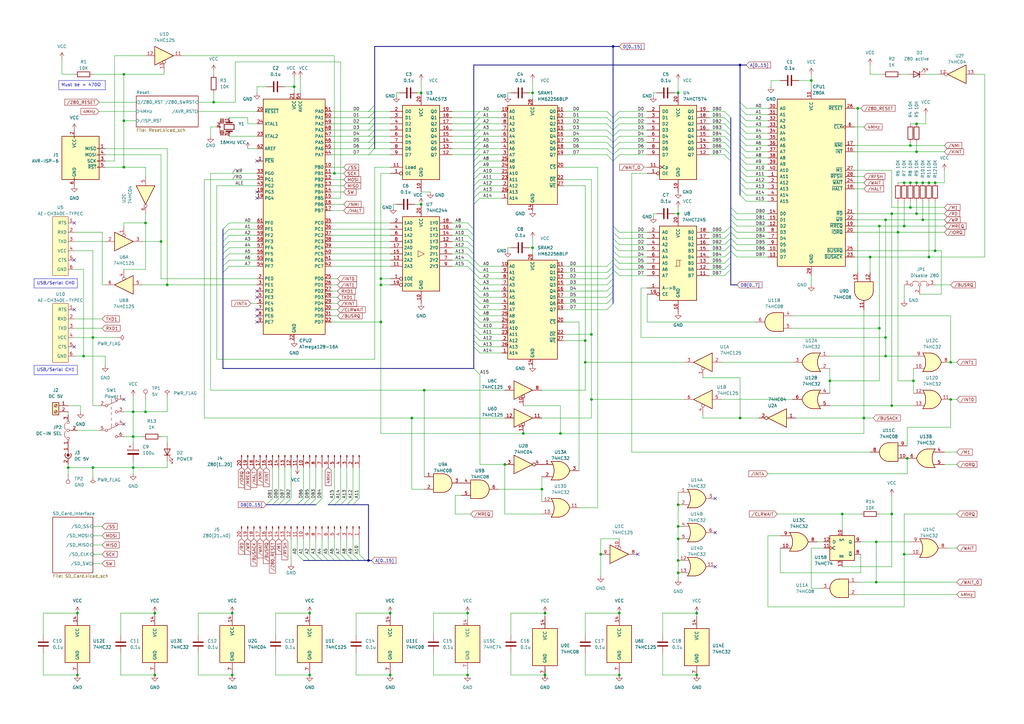
<source format=kicad_sch>
(kicad_sch (version 20230121) (generator eeschema)
  (paper "A3")
  (title_block (title "Z80-ATmega128 Board") (date "2023-07-16") (company "By 46nori"))
  (junction (at 389.89 163.83))
  (junction (at 59.69 168.91))
  (junction (at 156.21 116.84))
  (junction (at 365.76 87.63))
  (junction (at 66.04 99.06))
  (junction (at 303.53 171.45))
  (junction (at 359.41 222.25))
  (junction (at 373.38 74.93))
  (junction (at 127 276.86))
  (junction (at 151.13 229.87))
  (junction (at 285.75 276.86))
  (junction (at 278.13 215.9))
  (junction (at 374.65 156.21))
  (junction (at 303.53 26.67))
  (junction (at 59.69 91.44))
  (junction (at 285.75 251.46))
  (junction (at 360.68 134.62))
  (junction (at 63.5 251.46))
  (junction (at 240.03 139.7))
  (junction (at 381 105.41))
  (junction (at 363.22 90.17))
  (junction (at 278.13 220.98))
  (junction (at 370.84 92.71))
  (junction (at 95.25 276.86))
  (junction (at 340.36 156.21))
  (junction (at 54.61 191.77))
  (junction (at 365.76 210.82))
  (junction (at 378.46 74.93))
  (junction (at 278.13 207.01))
  (junction (at 363.22 146.05))
  (junction (at 242.57 137.16))
  (junction (at 240.03 148.59))
  (junction (at 373.38 59.69))
  (junction (at 360.68 92.71))
  (junction (at 381 74.93))
  (junction (at 254 251.46))
  (junction (at 191.77 251.46))
  (junction (at 375.92 87.63))
  (junction (at 160.02 276.86))
  (junction (at 50.8 49.53))
  (junction (at 372.11 187.96))
  (junction (at 38.1 191.77))
  (junction (at 172.72 38.1))
  (junction (at 246.38 227.33))
  (junction (at 375.92 62.23))
  (junction (at 370.84 74.93))
  (junction (at 389.89 148.59))
  (junction (at 50.8 30.48))
  (junction (at 87.63 41.91))
  (junction (at 173.99 160.02))
  (junction (at 368.3 95.25))
  (junction (at 365.76 166.37))
  (junction (at 363.22 138.43))
  (junction (at 156.21 114.3))
  (junction (at 251.46 19.05))
  (junction (at 332.74 33.02))
  (junction (at 95.25 251.46))
  (junction (at 345.44 210.82))
  (junction (at 168.91 171.45))
  (junction (at 229.87 177.8))
  (junction (at 254 276.86))
  (junction (at 354.33 171.45))
  (junction (at 50.8 68.58))
  (junction (at 242.57 163.83))
  (junction (at 137.16 71.12))
  (junction (at 373.38 85.09))
  (junction (at 120.65 35.56))
  (junction (at 370.84 227.33))
  (junction (at 172.72 83.82))
  (junction (at 68.58 116.84))
  (junction (at 34.29 146.05))
  (junction (at 351.79 44.45))
  (junction (at 207.01 190.5))
  (junction (at 383.54 102.87))
  (junction (at 278.13 87.63))
  (junction (at 222.25 200.66))
  (junction (at 218.44 101.6))
  (junction (at 31.75 251.46))
  (junction (at 156.21 132.08))
  (junction (at 223.52 276.86))
  (junction (at 223.52 251.46))
  (junction (at 31.75 276.86))
  (junction (at 54.61 168.91))
  (junction (at 278.13 38.1))
  (junction (at 127 251.46))
  (junction (at 378.46 90.17))
  (junction (at 191.77 276.86))
  (junction (at 218.44 38.1))
  (junction (at 359.41 238.76))
  (junction (at 214.63 177.8))
  (junction (at 383.54 74.93))
  (junction (at 375.92 50.8))
  (junction (at 356.87 105.41))
  (junction (at 278.13 229.87))
  (junction (at 38.1 138.43))
  (junction (at 54.61 179.07))
  (junction (at 375.92 74.93))
  (junction (at 63.5 276.86))
  (junction (at 160.02 251.46))
  (junction (at 27.94 191.77))
  (junction (at 278.13 234.95))
  (no_connect (at 293.37 204.47))
  (no_connect (at 105.41 78.74))
  (no_connect (at 30.48 106.68))
  (no_connect (at 30.48 127))
  (no_connect (at 30.48 91.44))
  (no_connect (at 105.41 81.28))
  (no_connect (at 50.8 173.99))
  (no_connect (at 105.41 127))
  (no_connect (at 105.41 132.08))
  (no_connect (at 30.48 142.24))
  (no_connect (at 105.41 121.92))
  (no_connect (at 105.41 119.38))
  (no_connect (at 293.37 232.41))
  (no_connect (at 293.37 218.44))
  (no_connect (at 50.8 163.83))
  (no_connect (at 261.62 227.33))
  (no_connect (at 105.41 129.54))
  (no_connect (at 105.41 66.04))
  (bus_entry (at 303.53 41.91) (size 2.54 2.54))
  (bus_entry (at 299.72 48.26) (size -2.54 -2.54))
  (bus_entry (at 303.53 67.31) (size 2.54 2.54))
  (bus_entry (at 111.76 204.47) (size -2.54 2.54))
  (bus_entry (at 137.16 204.47) (size -2.54 2.54))
  (bus_entry (at 248.92 124.46) (size 2.54 -2.54))
  (bus_entry (at 139.7 227.33) (size 2.54 2.54))
  (bus_entry (at 142.24 227.33) (size 2.54 2.54))
  (bus_entry (at 194.31 71.12) (size 2.54 -2.54))
  (bus_entry (at 303.53 59.69) (size 2.54 2.54))
  (bus_entry (at 194.31 132.08) (size 2.54 2.54))
  (bus_entry (at 194.31 114.3) (size 2.54 2.54))
  (bus_entry (at 132.08 227.33) (size 2.54 2.54))
  (bus_entry (at 191.77 93.98) (size 2.54 2.54))
  (bus_entry (at 299.72 97.79) (size -2.54 2.54))
  (bus_entry (at 303.53 72.39) (size 2.54 2.54))
  (bus_entry (at 91.44 111.76) (size 2.54 -2.54))
  (bus_entry (at 132.08 204.47) (size -2.54 2.54))
  (bus_entry (at 303.53 62.23) (size 2.54 2.54))
  (bus_entry (at 248.92 53.34) (size 2.54 2.54))
  (bus_entry (at 194.31 106.68) (size 2.54 2.54))
  (bus_entry (at 299.72 85.09) (size 2.54 2.54))
  (bus_entry (at 303.53 64.77) (size 2.54 2.54))
  (bus_entry (at 254 102.87) (size -2.54 -2.54))
  (bus_entry (at 129.54 204.47) (size -2.54 2.54))
  (bus_entry (at 254 60.96) (size -2.54 2.54))
  (bus_entry (at 191.77 91.44) (size 2.54 2.54))
  (bus_entry (at 142.24 204.47) (size -2.54 2.54))
  (bus_entry (at 144.78 227.33) (size 2.54 2.54))
  (bus_entry (at 254 100.33) (size -2.54 -2.54))
  (bus_entry (at 151.13 60.96) (size 2.54 -2.54))
  (bus_entry (at 127 204.47) (size -2.54 2.54))
  (bus_entry (at 254 107.95) (size -2.54 -2.54))
  (bus_entry (at 151.13 53.34) (size 2.54 -2.54))
  (bus_entry (at 194.31 129.54) (size 2.54 2.54))
  (bus_entry (at 299.72 87.63) (size 2.54 2.54))
  (bus_entry (at 299.72 92.71) (size -2.54 2.54))
  (bus_entry (at 194.31 116.84) (size 2.54 2.54))
  (bus_entry (at 303.53 44.45) (size 2.54 2.54))
  (bus_entry (at 194.31 58.42) (size 2.54 -2.54))
  (bus_entry (at 303.53 49.53) (size 2.54 2.54))
  (bus_entry (at 299.72 66.04) (size -2.54 -2.54))
  (bus_entry (at 139.7 204.47) (size -2.54 2.54))
  (bus_entry (at 151.13 48.26) (size 2.54 -2.54))
  (bus_entry (at 134.62 227.33) (size 2.54 2.54))
  (bus_entry (at 299.72 110.49) (size -2.54 2.54))
  (bus_entry (at 91.44 109.22) (size 2.54 -2.54))
  (bus_entry (at 254 110.49) (size -2.54 -2.54))
  (bus_entry (at 299.72 92.71) (size 2.54 2.54))
  (bus_entry (at 194.31 137.16) (size 2.54 2.54))
  (bus_entry (at 299.72 102.87) (size -2.54 2.54))
  (bus_entry (at 254 113.03) (size -2.54 -2.54))
  (bus_entry (at 248.92 50.8) (size 2.54 2.54))
  (bus_entry (at 191.77 101.6) (size 2.54 2.54))
  (bus_entry (at 254 45.72) (size -2.54 2.54))
  (bus_entry (at 248.92 45.72) (size 2.54 2.54))
  (bus_entry (at 254 53.34) (size -2.54 2.54))
  (bus_entry (at 194.31 63.5) (size 2.54 -2.54))
  (bus_entry (at 194.31 111.76) (size 2.54 2.54))
  (bus_entry (at 299.72 107.95) (size -2.54 2.54))
  (bus_entry (at 299.72 63.5) (size -2.54 -2.54))
  (bus_entry (at 137.16 227.33) (size 2.54 2.54))
  (bus_entry (at 151.13 45.72) (size 2.54 -2.54))
  (bus_entry (at 194.31 142.24) (size 2.54 2.54))
  (bus_entry (at 248.92 55.88) (size 2.54 2.54))
  (bus_entry (at 194.31 76.2) (size 2.54 -2.54))
  (bus_entry (at 191.77 99.06) (size 2.54 2.54))
  (bus_entry (at 194.31 124.46) (size 2.54 2.54))
  (bus_entry (at 254 97.79) (size -2.54 -2.54))
  (bus_entry (at 299.72 105.41) (size -2.54 2.54))
  (bus_entry (at 248.92 48.26) (size 2.54 2.54))
  (bus_entry (at 299.72 50.8) (size -2.54 -2.54))
  (bus_entry (at 147.32 204.47) (size -2.54 2.54))
  (bus_entry (at 194.31 48.26) (size 2.54 -2.54))
  (bus_entry (at 91.44 106.68) (size 2.54 -2.54))
  (bus_entry (at 194.31 151.13) (size 2.54 2.54))
  (bus_entry (at 127 227.33) (size 2.54 2.54))
  (bus_entry (at 248.92 116.84) (size 2.54 -2.54))
  (bus_entry (at 194.31 53.34) (size 2.54 -2.54))
  (bus_entry (at 194.31 109.22) (size 2.54 2.54))
  (bus_entry (at 254 105.41) (size -2.54 -2.54))
  (bus_entry (at 194.31 60.96) (size 2.54 -2.54))
  (bus_entry (at 151.13 55.88) (size 2.54 -2.54))
  (bus_entry (at 191.77 109.22) (size 2.54 2.54))
  (bus_entry (at 248.92 58.42) (size 2.54 2.54))
  (bus_entry (at 303.53 57.15) (size 2.54 2.54))
  (bus_entry (at 191.77 96.52) (size 2.54 2.54))
  (bus_entry (at 91.44 104.14) (size 2.54 -2.54))
  (bus_entry (at 303.53 80.01) (size 2.54 2.54))
  (bus_entry (at 194.31 139.7) (size 2.54 2.54))
  (bus_entry (at 303.53 54.61) (size 2.54 2.54))
  (bus_entry (at 254 95.25) (size -2.54 -2.54))
  (bus_entry (at 194.31 55.88) (size 2.54 -2.54))
  (bus_entry (at 194.31 73.66) (size 2.54 -2.54))
  (bus_entry (at 194.31 68.58) (size 2.54 -2.54))
  (bus_entry (at 144.78 204.47) (size -2.54 2.54))
  (bus_entry (at 303.53 69.85) (size 2.54 2.54))
  (bus_entry (at 194.31 134.62) (size 2.54 2.54))
  (bus_entry (at 194.31 81.28) (size 2.54 -2.54))
  (bus_entry (at 299.72 58.42) (size -2.54 -2.54))
  (bus_entry (at 254 50.8) (size -2.54 2.54))
  (bus_entry (at 299.72 100.33) (size -2.54 2.54))
  (bus_entry (at 194.31 50.8) (size 2.54 -2.54))
  (bus_entry (at 194.31 66.04) (size 2.54 -2.54))
  (bus_entry (at 124.46 227.33) (size 2.54 2.54))
  (bus_entry (at 91.44 101.6) (size 2.54 -2.54))
  (bus_entry (at 121.92 227.33) (size 2.54 2.54))
  (bus_entry (at 151.13 50.8) (size 2.54 -2.54))
  (bus_entry (at 91.44 93.98) (size 2.54 -2.54))
  (bus_entry (at 114.3 204.47) (size -2.54 2.54))
  (bus_entry (at 303.53 46.99) (size 2.54 2.54))
  (bus_entry (at 151.13 58.42) (size 2.54 -2.54))
  (bus_entry (at 299.72 97.79) (size 2.54 2.54))
  (bus_entry (at 194.31 121.92) (size 2.54 2.54))
  (bus_entry (at 191.77 106.68) (size 2.54 2.54))
  (bus_entry (at 248.92 119.38) (size 2.54 -2.54))
  (bus_entry (at 303.53 77.47) (size 2.54 2.54))
  (bus_entry (at 303.53 74.93) (size 2.54 2.54))
  (bus_entry (at 248.92 114.3) (size 2.54 -2.54))
  (bus_entry (at 194.31 83.82) (size 2.54 -2.54))
  (bus_entry (at 254 48.26) (size -2.54 2.54))
  (bus_entry (at 248.92 121.92) (size 2.54 -2.54))
  (bus_entry (at 91.44 96.52) (size 2.54 -2.54))
  (bus_entry (at 129.54 227.33) (size 2.54 2.54))
  (bus_entry (at 303.53 52.07) (size 2.54 2.54))
  (bus_entry (at 299.72 95.25) (size -2.54 2.54))
  (bus_entry (at 194.31 119.38) (size 2.54 2.54))
  (bus_entry (at 119.38 204.47) (size -2.54 2.54))
  (bus_entry (at 299.72 95.25) (size 2.54 2.54))
  (bus_entry (at 248.92 127) (size 2.54 -2.54))
  (bus_entry (at 116.84 204.47) (size -2.54 2.54))
  (bus_entry (at 299.72 102.87) (size 2.54 2.54))
  (bus_entry (at 254 58.42) (size -2.54 2.54))
  (bus_entry (at 299.72 100.33) (size 2.54 2.54))
  (bus_entry (at 254 55.88) (size -2.54 2.54))
  (bus_entry (at 147.32 227.33) (size 2.54 2.54))
  (bus_entry (at 299.72 90.17) (size 2.54 2.54))
  (bus_entry (at 299.72 55.88) (size -2.54 -2.54))
  (bus_entry (at 299.72 53.34) (size -2.54 -2.54))
  (bus_entry (at 254 63.5) (size -2.54 2.54))
  (bus_entry (at 248.92 63.5) (size 2.54 2.54))
  (bus_entry (at 191.77 104.14) (size 2.54 2.54))
  (bus_entry (at 248.92 60.96) (size 2.54 2.54))
  (bus_entry (at 248.92 111.76) (size 2.54 -2.54))
  (bus_entry (at 124.46 204.47) (size -2.54 2.54))
  (bus_entry (at 91.44 99.06) (size 2.54 -2.54))
  (bus_entry (at 151.13 63.5) (size 2.54 -2.54))
  (bus_entry (at 299.72 60.96) (size -2.54 -2.54))
  (bus_entry (at 248.92 109.22) (size 2.54 -2.54))
  (bus_entry (at 194.31 78.74) (size 2.54 -2.54))
  (bus_entry (at 194.31 127) (size 2.54 2.54))
  (bus (pts (xy 137.16 207.01) (xy 134.62 207.01)))
  (bus (pts (xy 299.72 48.26) (xy 299.72 50.8)))
  (bus (pts (xy 194.31 50.8) (xy 194.31 53.34)))
  (bus (pts (xy 194.31 132.08) (xy 194.31 129.54)))
  (wire (pts (xy 373.38 59.69) (xy 350.52 59.69)))
  (wire (pts (xy 146.05 260.35) (xy 146.05 251.46)))
  (bus (pts (xy 153.67 43.18) (xy 153.67 19.05)))
  (wire (pts (xy 151.13 58.42) (xy 153.67 58.42)))
  (wire (pts (xy 231.14 73.66) (xy 242.57 73.66)))
  (bus (pts (xy 194.31 73.66) (xy 194.31 76.2)))
  (wire (pts (xy 290.83 105.41) (xy 297.18 105.41)))
  (wire (pts (xy 265.43 118.11) (xy 262.89 118.11)))
  (wire (pts (xy 101.6 50.8) (xy 105.41 50.8)))
  (wire (pts (xy 345.44 210.82) (xy 353.06 210.82)))
  (wire (pts (xy 135.89 53.34) (xy 151.13 53.34)))
  (wire (pts (xy 151.13 60.96) (xy 153.67 60.96)))
  (bus (pts (xy 251.46 55.88) (xy 251.46 58.42)))
  (bus (pts (xy 303.53 54.61) (xy 303.53 57.15)))
  (wire (pts (xy 375.92 87.63) (xy 387.35 87.63)))
  (bus (pts (xy 299.72 58.42) (xy 299.72 55.88)))
  (wire (pts (xy 208.28 38.1) (xy 209.55 38.1)))
  (wire (pts (xy 276.86 87.63) (xy 278.13 87.63)))
  (wire (pts (xy 373.38 58.42) (xy 373.38 59.69)))
  (bus (pts (xy 194.31 63.5) (xy 194.31 66.04)))
  (wire (pts (xy 58.42 99.06) (xy 66.04 99.06)))
  (bus (pts (xy 251.46 102.87) (xy 251.46 100.33)))
  (wire (pts (xy 360.68 134.62) (xy 360.68 156.21)))
  (wire (pts (xy 340.36 156.21) (xy 340.36 161.29)))
  (wire (pts (xy 290.83 58.42) (xy 297.18 58.42)))
  (wire (pts (xy 365.76 87.63) (xy 365.76 166.37)))
  (wire (pts (xy 240.03 276.86) (xy 254 276.86)))
  (wire (pts (xy 340.36 151.13) (xy 340.36 156.21)))
  (bus (pts (xy 194.31 76.2) (xy 194.31 78.74)))
  (wire (pts (xy 242.57 137.16) (xy 242.57 163.83)))
  (wire (pts (xy 151.13 50.8) (xy 153.67 50.8)))
  (wire (pts (xy 351.79 243.84) (xy 392.43 243.84)))
  (wire (pts (xy 403.86 105.41) (xy 403.86 30.48)))
  (bus (pts (xy 251.46 58.42) (xy 251.46 60.96)))
  (wire (pts (xy 54.61 162.56) (xy 54.61 168.91)))
  (wire (pts (xy 290.83 50.8) (xy 297.18 50.8)))
  (wire (pts (xy 34.29 146.05) (xy 43.18 146.05)))
  (wire (pts (xy 332.74 116.84) (xy 332.74 113.03)))
  (wire (pts (xy 50.8 49.53) (xy 50.8 30.48)))
  (bus (pts (xy 91.44 106.68) (xy 91.44 109.22)))
  (wire (pts (xy 142.24 191.77) (xy 142.24 204.47)))
  (wire (pts (xy 196.85 119.38) (xy 205.74 119.38)))
  (wire (pts (xy 381 82.55) (xy 381 105.41)))
  (wire (pts (xy 196.85 71.12) (xy 205.74 71.12)))
  (wire (pts (xy 54.61 191.77) (xy 38.1 191.77)))
  (wire (pts (xy 146.05 251.46) (xy 160.02 251.46)))
  (bus (pts (xy 144.78 207.01) (xy 151.13 207.01)))
  (bus (pts (xy 194.31 53.34) (xy 194.31 55.88)))
  (bus (pts (xy 251.46 95.25) (xy 251.46 97.79)))
  (wire (pts (xy 254 97.79) (xy 265.43 97.79)))
  (wire (pts (xy 59.69 163.83) (xy 59.69 168.91)))
  (wire (pts (xy 17.78 260.35) (xy 17.78 251.46)))
  (wire (pts (xy 170.18 83.82) (xy 172.72 83.82)))
  (wire (pts (xy 231.14 58.42) (xy 248.92 58.42)))
  (wire (pts (xy 124.46 220.98) (xy 124.46 227.33)))
  (wire (pts (xy 240.03 160.02) (xy 222.25 160.02)))
  (wire (pts (xy 278.13 33.02) (xy 278.13 38.1)))
  (wire (pts (xy 135.89 129.54) (xy 138.43 129.54)))
  (bus (pts (xy 194.31 142.24) (xy 194.31 151.13)))
  (bus (pts (xy 194.31 60.96) (xy 194.31 63.5)))
  (wire (pts (xy 254 102.87) (xy 265.43 102.87)))
  (wire (pts (xy 54.61 179.07) (xy 58.42 179.07)))
  (bus (pts (xy 91.44 111.76) (xy 91.44 151.13)))
  (wire (pts (xy 306.07 52.07) (xy 314.96 52.07)))
  (wire (pts (xy 350.52 87.63) (xy 365.76 87.63)))
  (wire (pts (xy 314.96 194.31) (xy 372.11 194.31)))
  (wire (pts (xy 68.58 189.23) (xy 68.58 191.77)))
  (wire (pts (xy 246.38 227.33) (xy 246.38 236.22)))
  (wire (pts (xy 43.18 60.96) (xy 68.58 60.96)))
  (bus (pts (xy 194.31 116.84) (xy 194.31 114.3)))
  (wire (pts (xy 351.79 238.76) (xy 359.41 238.76)))
  (wire (pts (xy 365.76 85.09) (xy 373.38 85.09)))
  (wire (pts (xy 66.04 179.07) (xy 68.58 179.07)))
  (wire (pts (xy 151.13 63.5) (xy 160.02 63.5)))
  (wire (pts (xy 223.52 251.46) (xy 223.52 252.73)))
  (wire (pts (xy 34.29 110.49) (xy 34.29 146.05)))
  (wire (pts (xy 365.76 166.37) (xy 340.36 166.37)))
  (wire (pts (xy 58.42 116.84) (xy 68.58 116.84)))
  (bus (pts (xy 91.44 151.13) (xy 194.31 151.13)))
  (wire (pts (xy 267.97 38.1) (xy 269.24 38.1)))
  (wire (pts (xy 290.83 107.95) (xy 297.18 107.95)))
  (wire (pts (xy 194.31 48.26) (xy 196.85 48.26)))
  (wire (pts (xy 302.26 102.87) (xy 314.96 102.87)))
  (wire (pts (xy 156.21 116.84) (xy 156.21 132.08)))
  (wire (pts (xy 50.8 91.44) (xy 59.69 91.44)))
  (wire (pts (xy 59.69 87.63) (xy 59.69 91.44)))
  (wire (pts (xy 278.13 207.01) (xy 278.13 215.9)))
  (wire (pts (xy 379.73 50.8) (xy 375.92 50.8)))
  (wire (pts (xy 59.69 91.44) (xy 59.69 110.49)))
  (wire (pts (xy 254 55.88) (xy 265.43 55.88)))
  (wire (pts (xy 306.07 62.23) (xy 314.96 62.23)))
  (bus (pts (xy 251.46 119.38) (xy 251.46 116.84)))
  (bus (pts (xy 251.46 116.84) (xy 251.46 114.3)))
  (wire (pts (xy 50.8 30.48) (xy 67.31 30.48)))
  (bus (pts (xy 194.31 137.16) (xy 194.31 134.62)))
  (wire (pts (xy 306.07 46.99) (xy 314.96 46.99)))
  (wire (pts (xy 392.43 210.82) (xy 370.84 210.82)))
  (wire (pts (xy 135.89 93.98) (xy 160.02 93.98)))
  (wire (pts (xy 231.14 137.16) (xy 242.57 137.16)))
  (wire (pts (xy 191.77 276.86) (xy 191.77 274.32)))
  (bus (pts (xy 194.31 83.82) (xy 194.31 93.98)))
  (wire (pts (xy 168.91 171.45) (xy 168.91 200.66)))
  (bus (pts (xy 149.86 229.87) (xy 147.32 229.87)))
  (wire (pts (xy 379.73 46.99) (xy 379.73 50.8)))
  (wire (pts (xy 156.21 71.12) (xy 160.02 71.12)))
  (wire (pts (xy 231.14 127) (xy 248.92 127)))
  (wire (pts (xy 271.78 276.86) (xy 285.75 276.86)))
  (wire (pts (xy 120.65 31.75) (xy 120.65 35.56)))
  (wire (pts (xy 240.03 260.35) (xy 240.03 251.46)))
  (wire (pts (xy 54.61 189.23) (xy 54.61 191.77)))
  (wire (pts (xy 135.89 109.22) (xy 160.02 109.22)))
  (bus (pts (xy 303.53 64.77) (xy 303.53 67.31)))
  (wire (pts (xy 290.83 45.72) (xy 297.18 45.72)))
  (bus (pts (xy 299.72 90.17) (xy 299.72 92.71)))
  (wire (pts (xy 173.99 160.02) (xy 207.01 160.02)))
  (wire (pts (xy 153.67 45.72) (xy 160.02 45.72)))
  (wire (pts (xy 209.55 251.46) (xy 223.52 251.46)))
  (wire (pts (xy 30.48 130.81) (xy 41.91 130.81)))
  (wire (pts (xy 267.97 39.37) (xy 267.97 38.1)))
  (wire (pts (xy 302.26 105.41) (xy 314.96 105.41)))
  (wire (pts (xy 271.78 251.46) (xy 285.75 251.46)))
  (wire (pts (xy 83.82 73.66) (xy 105.41 73.66)))
  (wire (pts (xy 351.79 44.45) (xy 353.06 44.45)))
  (wire (pts (xy 185.42 96.52) (xy 191.77 96.52)))
  (wire (pts (xy 38.1 215.9) (xy 41.91 215.9)))
  (bus (pts (xy 251.46 66.04) (xy 251.46 63.5)))
  (wire (pts (xy 135.89 91.44) (xy 160.02 91.44)))
  (wire (pts (xy 86.36 71.12) (xy 105.41 71.12)))
  (bus (pts (xy 251.46 121.92) (xy 251.46 119.38)))
  (wire (pts (xy 359.41 238.76) (xy 392.43 238.76)))
  (wire (pts (xy 363.22 90.17) (xy 363.22 138.43)))
  (wire (pts (xy 30.48 99.06) (xy 43.18 99.06)))
  (wire (pts (xy 354.33 171.45) (xy 358.14 171.45)))
  (wire (pts (xy 81.28 267.97) (xy 81.28 276.86)))
  (wire (pts (xy 254 45.72) (xy 265.43 45.72)))
  (wire (pts (xy 194.31 63.5) (xy 196.85 63.5)))
  (wire (pts (xy 81.28 45.72) (xy 105.41 45.72)))
  (wire (pts (xy 135.89 68.58) (xy 140.97 68.58)))
  (wire (pts (xy 290.83 55.88) (xy 297.18 55.88)))
  (wire (pts (xy 242.57 163.83) (xy 242.57 171.45)))
  (wire (pts (xy 389.89 163.83) (xy 392.43 163.83)))
  (wire (pts (xy 185.42 101.6) (xy 191.77 101.6)))
  (bus (pts (xy 251.46 53.34) (xy 251.46 55.88)))
  (wire (pts (xy 49.53 267.97) (xy 49.53 276.86)))
  (wire (pts (xy 365.76 210.82) (xy 365.76 232.41)))
  (wire (pts (xy 135.89 50.8) (xy 151.13 50.8)))
  (wire (pts (xy 114.3 191.77) (xy 114.3 204.47)))
  (wire (pts (xy 153.67 48.26) (xy 160.02 48.26)))
  (wire (pts (xy 350.52 102.87) (xy 383.54 102.87)))
  (bus (pts (xy 116.84 207.01) (xy 121.92 207.01)))
  (wire (pts (xy 278.13 201.93) (xy 278.13 207.01)))
  (wire (pts (xy 254 50.8) (xy 265.43 50.8)))
  (wire (pts (xy 135.89 63.5) (xy 151.13 63.5)))
  (wire (pts (xy 86.36 52.07) (xy 88.9 52.07)))
  (bus (pts (xy 251.46 60.96) (xy 251.46 63.5)))
  (wire (pts (xy 144.78 220.98) (xy 144.78 227.33)))
  (wire (pts (xy 387.35 185.42) (xy 392.43 185.42)))
  (wire (pts (xy 54.61 179.07) (xy 54.61 181.61)))
  (wire (pts (xy 306.07 44.45) (xy 314.96 44.45)))
  (wire (pts (xy 43.18 68.58) (xy 50.8 68.58)))
  (wire (pts (xy 93.98 101.6) (xy 105.41 101.6)))
  (wire (pts (xy 129.54 191.77) (xy 129.54 204.47)))
  (wire (pts (xy 259.08 71.12) (xy 265.43 71.12)))
  (bus (pts (xy 303.53 46.99) (xy 303.53 49.53)))
  (wire (pts (xy 345.44 232.41) (xy 365.76 232.41)))
  (wire (pts (xy 240.03 148.59) (xy 240.03 160.02)))
  (wire (pts (xy 185.42 93.98) (xy 191.77 93.98)))
  (bus (pts (xy 251.46 19.05) (xy 254 19.05)))
  (bus (pts (xy 303.53 77.47) (xy 303.53 80.01)))
  (wire (pts (xy 194.31 53.34) (xy 196.85 53.34)))
  (wire (pts (xy 116.84 35.56) (xy 120.65 35.56)))
  (wire (pts (xy 288.29 171.45) (xy 288.29 170.18)))
  (wire (pts (xy 353.06 222.25) (xy 359.41 222.25)))
  (bus (pts (xy 194.31 114.3) (xy 194.31 111.76)))
  (wire (pts (xy 254 220.98) (xy 246.38 220.98)))
  (wire (pts (xy 267.97 87.63) (xy 269.24 87.63)))
  (wire (pts (xy 196.85 139.7) (xy 205.74 139.7)))
  (wire (pts (xy 81.28 276.86) (xy 95.25 276.86)))
  (wire (pts (xy 285.75 251.46) (xy 285.75 252.73)))
  (bus (pts (xy 303.53 26.67) (xy 306.07 26.67)))
  (wire (pts (xy 368.3 74.93) (xy 370.84 74.93)))
  (wire (pts (xy 135.89 127) (xy 138.43 127)))
  (bus (pts (xy 299.72 110.49) (xy 299.72 107.95)))
  (wire (pts (xy 218.44 97.79) (xy 218.44 101.6)))
  (wire (pts (xy 360.68 92.71) (xy 360.68 134.62)))
  (wire (pts (xy 218.44 101.6) (xy 218.44 104.14)))
  (wire (pts (xy 242.57 163.83) (xy 280.67 163.83)))
  (wire (pts (xy 369.57 30.48) (xy 372.11 30.48)))
  (wire (pts (xy 231.14 119.38) (xy 248.92 119.38)))
  (wire (pts (xy 231.14 116.84) (xy 248.92 116.84)))
  (wire (pts (xy 360.68 92.71) (xy 370.84 92.71)))
  (wire (pts (xy 218.44 33.02) (xy 218.44 38.1)))
  (wire (pts (xy 50.8 68.58) (xy 59.69 68.58)))
  (bus (pts (xy 303.53 52.07) (xy 303.53 54.61)))
  (wire (pts (xy 30.48 134.62) (xy 41.91 134.62)))
  (wire (pts (xy 389.89 163.83) (xy 389.89 175.26)))
  (wire (pts (xy 93.98 104.14) (xy 105.41 104.14)))
  (bus (pts (xy 251.46 92.71) (xy 251.46 95.25)))
  (wire (pts (xy 137.16 220.98) (xy 137.16 227.33)))
  (bus (pts (xy 303.53 62.23) (xy 303.53 64.77)))
  (wire (pts (xy 119.38 220.98) (xy 119.38 231.14)))
  (wire (pts (xy 38.1 191.77) (xy 38.1 195.58)))
  (bus (pts (xy 194.31 124.46) (xy 194.31 121.92)))
  (wire (pts (xy 33.02 166.37) (xy 27.94 166.37)))
  (wire (pts (xy 33.02 168.91) (xy 33.02 166.37)))
  (wire (pts (xy 135.89 116.84) (xy 138.43 116.84)))
  (wire (pts (xy 240.03 148.59) (xy 280.67 148.59)))
  (wire (pts (xy 223.52 276.86) (xy 223.52 278.13)))
  (wire (pts (xy 267.97 87.63) (xy 267.97 88.9)))
  (bus (pts (xy 251.46 66.04) (xy 251.46 92.71)))
  (wire (pts (xy 185.42 104.14) (xy 191.77 104.14)))
  (bus (pts (xy 194.31 26.67) (xy 303.53 26.67)))
  (wire (pts (xy 196.85 48.26) (xy 205.74 48.26)))
  (bus (pts (xy 194.31 81.28) (xy 194.31 83.82)))
  (wire (pts (xy 67.31 29.21) (xy 67.31 30.48)))
  (wire (pts (xy 207.01 190.5) (xy 207.01 210.82)))
  (wire (pts (xy 111.76 191.77) (xy 111.76 204.47)))
  (wire (pts (xy 222.25 200.66) (xy 222.25 205.74)))
  (bus (pts (xy 114.3 207.01) (xy 116.84 207.01)))
  (wire (pts (xy 290.83 48.26) (xy 297.18 48.26)))
  (wire (pts (xy 196.85 121.92) (xy 205.74 121.92)))
  (bus (pts (xy 303.53 72.39) (xy 303.53 74.93)))
  (wire (pts (xy 113.03 260.35) (xy 113.03 251.46)))
  (wire (pts (xy 127 220.98) (xy 127 227.33)))
  (wire (pts (xy 185.42 53.34) (xy 194.31 53.34)))
  (wire (pts (xy 38.1 223.52) (xy 41.91 223.52)))
  (wire (pts (xy 196.85 137.16) (xy 205.74 137.16)))
  (wire (pts (xy 135.89 83.82) (xy 140.97 83.82)))
  (wire (pts (xy 240.03 251.46) (xy 254 251.46)))
  (bus (pts (xy 153.67 50.8) (xy 153.67 53.34)))
  (bus (pts (xy 142.24 207.01) (xy 144.78 207.01)))
  (wire (pts (xy 306.07 49.53) (xy 314.96 49.53)))
  (wire (pts (xy 332.74 224.79) (xy 332.74 241.3)))
  (wire (pts (xy 254 53.34) (xy 265.43 53.34)))
  (wire (pts (xy 185.42 109.22) (xy 191.77 109.22)))
  (wire (pts (xy 209.55 260.35) (xy 209.55 251.46)))
  (wire (pts (xy 119.38 191.77) (xy 119.38 204.47)))
  (bus (pts (xy 152.4 229.87) (xy 151.13 229.87)))
  (wire (pts (xy 30.48 95.25) (xy 41.91 95.25)))
  (wire (pts (xy 146.05 276.86) (xy 160.02 276.86)))
  (wire (pts (xy 386.08 102.87) (xy 386.08 120.65)))
  (wire (pts (xy 332.74 224.79) (xy 337.82 224.79)))
  (wire (pts (xy 93.98 91.44) (xy 105.41 91.44)))
  (wire (pts (xy 231.14 55.88) (xy 248.92 55.88)))
  (wire (pts (xy 271.78 267.97) (xy 271.78 276.86)))
  (wire (pts (xy 162.56 39.37) (xy 162.56 38.1)))
  (wire (pts (xy 306.07 64.77) (xy 314.96 64.77)))
  (wire (pts (xy 38.1 138.43) (xy 30.48 138.43)))
  (wire (pts (xy 194.31 55.88) (xy 196.85 55.88)))
  (wire (pts (xy 372.11 175.26) (xy 389.89 175.26)))
  (wire (pts (xy 302.26 87.63) (xy 314.96 87.63)))
  (bus (pts (xy 251.46 106.68) (xy 251.46 105.41)))
  (wire (pts (xy 245.11 208.28) (xy 245.11 68.58)))
  (wire (pts (xy 46.99 22.86) (xy 59.69 22.86)))
  (wire (pts (xy 96.52 41.91) (xy 87.63 41.91)))
  (wire (pts (xy 129.54 220.98) (xy 129.54 227.33)))
  (wire (pts (xy 153.67 53.34) (xy 160.02 53.34)))
  (wire (pts (xy 306.07 59.69) (xy 314.96 59.69)))
  (wire (pts (xy 40.64 41.91) (xy 55.88 41.91)))
  (wire (pts (xy 207.01 210.82) (xy 222.25 210.82)))
  (wire (pts (xy 265.43 120.65) (xy 265.43 132.08)))
  (bus (pts (xy 91.44 99.06) (xy 91.44 101.6)))
  (wire (pts (xy 209.55 267.97) (xy 209.55 276.86)))
  (wire (pts (xy 93.98 106.68) (xy 105.41 106.68)))
  (wire (pts (xy 264.16 68.58) (xy 265.43 68.58)))
  (wire (pts (xy 306.07 72.39) (xy 314.96 72.39)))
  (wire (pts (xy 365.76 87.63) (xy 375.92 87.63)))
  (wire (pts (xy 41.91 95.25) (xy 41.91 116.84)))
  (wire (pts (xy 50.8 168.91) (xy 54.61 168.91)))
  (wire (pts (xy 368.3 82.55) (xy 368.3 95.25)))
  (wire (pts (xy 185.42 106.68) (xy 191.77 106.68)))
  (wire (pts (xy 303.53 171.45) (xy 288.29 171.45)))
  (wire (pts (xy 196.85 114.3) (xy 205.74 114.3)))
  (bus (pts (xy 153.67 19.05) (xy 251.46 19.05)))
  (wire (pts (xy 156.21 177.8) (xy 214.63 177.8)))
  (bus (pts (xy 251.46 111.76) (xy 251.46 110.49)))
  (wire (pts (xy 354.33 127) (xy 354.33 171.45)))
  (bus (pts (xy 303.53 41.91) (xy 303.53 44.45)))
  (wire (pts (xy 372.11 194.31) (xy 372.11 187.96)))
  (wire (pts (xy 25.4 24.13) (xy 25.4 30.48)))
  (bus (pts (xy 153.67 55.88) (xy 153.67 58.42)))
  (wire (pts (xy 151.13 48.26) (xy 153.67 48.26)))
  (wire (pts (xy 86.36 71.12) (xy 86.36 160.02)))
  (wire (pts (xy 363.22 146.05) (xy 374.65 146.05)))
  (wire (pts (xy 139.7 25.4) (xy 139.7 81.28)))
  (wire (pts (xy 196.85 50.8) (xy 205.74 50.8)))
  (wire (pts (xy 350.52 44.45) (xy 351.79 44.45)))
  (wire (pts (xy 196.85 73.66) (xy 205.74 73.66)))
  (wire (pts (xy 387.35 59.69) (xy 373.38 59.69)))
  (bus (pts (xy 194.31 139.7) (xy 194.31 137.16)))
  (wire (pts (xy 147.32 191.77) (xy 147.32 204.47)))
  (wire (pts (xy 68.58 60.96) (xy 68.58 116.84)))
  (wire (pts (xy 68.58 179.07) (xy 68.58 181.61)))
  (wire (pts (xy 350.52 95.25) (xy 368.3 95.25)))
  (bus (pts (xy 299.72 110.49) (xy 299.72 116.84)))
  (wire (pts (xy 196.85 53.34) (xy 205.74 53.34)))
  (wire (pts (xy 38.1 219.71) (xy 41.91 219.71)))
  (wire (pts (xy 231.14 63.5) (xy 248.92 63.5)))
  (wire (pts (xy 254 48.26) (xy 265.43 48.26)))
  (wire (pts (xy 196.85 78.74) (xy 205.74 78.74)))
  (bus (pts (xy 194.31 48.26) (xy 194.31 50.8)))
  (wire (pts (xy 135.89 96.52) (xy 160.02 96.52)))
  (wire (pts (xy 135.89 104.14) (xy 160.02 104.14)))
  (wire (pts (xy 146.05 267.97) (xy 146.05 276.86)))
  (bus (pts (xy 129.54 229.87) (xy 127 229.87)))
  (wire (pts (xy 135.89 48.26) (xy 151.13 48.26)))
  (wire (pts (xy 177.8 267.97) (xy 177.8 276.86)))
  (wire (pts (xy 105.41 35.56) (xy 105.41 38.1)))
  (wire (pts (xy 231.14 68.58) (xy 245.11 68.58)))
  (wire (pts (xy 68.58 168.91) (xy 68.58 162.56)))
  (wire (pts (xy 132.08 191.77) (xy 132.08 204.47)))
  (wire (pts (xy 368.3 95.25) (xy 387.35 95.25)))
  (wire (pts (xy 185.42 45.72) (xy 196.85 45.72)))
  (wire (pts (xy 172.72 33.02) (xy 172.72 38.1)))
  (bus (pts (xy 303.53 74.93) (xy 303.53 77.47)))
  (wire (pts (xy 185.42 55.88) (xy 194.31 55.88)))
  (wire (pts (xy 388.62 224.79) (xy 392.43 224.79)))
  (wire (pts (xy 151.13 45.72) (xy 153.67 45.72)))
  (wire (pts (xy 137.16 191.77) (xy 137.16 204.47)))
  (wire (pts (xy 254 58.42) (xy 265.43 58.42)))
  (bus (pts (xy 194.31 55.88) (xy 194.31 58.42)))
  (wire (pts (xy 196.85 68.58) (xy 205.74 68.58)))
  (wire (pts (xy 50.8 49.53) (xy 50.8 68.58)))
  (wire (pts (xy 17.78 251.46) (xy 31.75 251.46)))
  (bus (pts (xy 299.72 105.41) (xy 299.72 102.87)))
  (wire (pts (xy 38.1 231.14) (xy 41.91 231.14)))
  (wire (pts (xy 153.67 68.58) (xy 160.02 68.58)))
  (wire (pts (xy 320.04 234.95) (xy 353.06 234.95)))
  (wire (pts (xy 81.28 260.35) (xy 81.28 251.46)))
  (bus (pts (xy 194.31 66.04) (xy 194.31 68.58)))
  (wire (pts (xy 161.29 83.82) (xy 161.29 85.09)))
  (wire (pts (xy 46.99 22.86) (xy 46.99 66.04)))
  (wire (pts (xy 153.67 147.32) (xy 153.67 68.58)))
  (wire (pts (xy 43.18 66.04) (xy 46.99 66.04)))
  (wire (pts (xy 139.7 81.28) (xy 135.89 81.28)))
  (wire (pts (xy 153.67 55.88) (xy 160.02 55.88)))
  (bus (pts (xy 299.72 95.25) (xy 299.72 97.79)))
  (wire (pts (xy 96.52 25.4) (xy 139.7 25.4)))
  (wire (pts (xy 66.04 99.06) (xy 66.04 63.5)))
  (wire (pts (xy 350.52 90.17) (xy 363.22 90.17)))
  (wire (pts (xy 295.91 163.83) (xy 325.12 163.83)))
  (wire (pts (xy 135.89 73.66) (xy 140.97 73.66)))
  (wire (pts (xy 113.03 276.86) (xy 127 276.86)))
  (wire (pts (xy 229.87 177.8) (xy 354.33 177.8)))
  (wire (pts (xy 208.28 102.87) (xy 208.28 101.6)))
  (wire (pts (xy 373.38 50.8) (xy 375.92 50.8)))
  (wire (pts (xy 40.64 45.72) (xy 55.88 45.72)))
  (wire (pts (xy 354.33 171.45) (xy 354.33 177.8)))
  (wire (pts (xy 135.89 119.38) (xy 138.43 119.38)))
  (wire (pts (xy 204.47 200.66) (xy 222.25 200.66)))
  (wire (pts (xy 231.14 132.08) (xy 237.49 132.08)))
  (wire (pts (xy 156.21 114.3) (xy 156.21 116.84)))
  (wire (pts (xy 196.85 124.46) (xy 205.74 124.46)))
  (bus (pts (xy 194.31 104.14) (xy 194.31 106.68)))
  (bus (pts (xy 299.72 55.88) (xy 299.72 53.34)))
  (wire (pts (xy 265.43 132.08) (xy 309.88 132.08)))
  (wire (pts (xy 359.41 222.25) (xy 373.38 222.25)))
  (wire (pts (xy 135.89 106.68) (xy 160.02 106.68)))
  (wire (pts (xy 66.04 114.3) (xy 105.41 114.3)))
  (wire (pts (xy 254 113.03) (xy 265.43 113.03)))
  (wire (pts (xy 370.84 82.55) (xy 370.84 92.71)))
  (wire (pts (xy 378.46 74.93) (xy 381 74.93)))
  (bus (pts (xy 153.67 48.26) (xy 153.67 50.8)))
  (wire (pts (xy 370.84 227.33) (xy 373.38 227.33)))
  (bus (pts (xy 299.72 50.8) (xy 299.72 53.34)))
  (wire (pts (xy 254 105.41) (xy 265.43 105.41)))
  (wire (pts (xy 290.83 95.25) (xy 297.18 95.25)))
  (wire (pts (xy 196.85 134.62) (xy 205.74 134.62)))
  (wire (pts (xy 302.26 97.79) (xy 314.96 97.79)))
  (bus (pts (xy 299.72 66.04) (xy 299.72 85.09)))
  (wire (pts (xy 196.85 111.76) (xy 205.74 111.76)))
  (wire (pts (xy 196.85 55.88) (xy 205.74 55.88)))
  (wire (pts (xy 370.84 227.33) (xy 370.84 248.92)))
  (wire (pts (xy 356.87 105.41) (xy 381 105.41)))
  (wire (pts (xy 320.04 224.79) (xy 320.04 234.95)))
  (wire (pts (xy 135.89 60.96) (xy 151.13 60.96)))
  (wire (pts (xy 30.48 146.05) (xy 34.29 146.05)))
  (wire (pts (xy 185.42 60.96) (xy 194.31 60.96)))
  (wire (pts (xy 68.58 116.84) (xy 105.41 116.84)))
  (wire (pts (xy 173.99 160.02) (xy 173.99 195.58)))
  (wire (pts (xy 83.82 171.45) (xy 168.91 171.45)))
  (bus (pts (xy 299.72 102.87) (xy 299.72 100.33)))
  (wire (pts (xy 86.36 160.02) (xy 173.99 160.02)))
  (wire (pts (xy 365.76 203.2) (xy 365.76 210.82)))
  (wire (pts (xy 135.89 99.06) (xy 160.02 99.06)))
  (bus (pts (xy 153.67 43.18) (xy 153.67 45.72)))
  (bus (pts (xy 109.22 207.01) (xy 111.76 207.01)))
  (wire (pts (xy 370.84 74.93) (xy 373.38 74.93)))
  (wire (pts (xy 43.18 146.05) (xy 43.18 149.86)))
  (wire (pts (xy 135.89 86.36) (xy 140.97 86.36)))
  (wire (pts (xy 254 63.5) (xy 265.43 63.5)))
  (bus (pts (xy 137.16 207.01) (xy 139.7 207.01)))
  (wire (pts (xy 41.91 116.84) (xy 43.18 116.84)))
  (bus (pts (xy 144.78 229.87) (xy 142.24 229.87)))
  (wire (pts (xy 196.85 190.5) (xy 207.01 190.5)))
  (wire (pts (xy 383.54 116.84) (xy 389.89 116.84)))
  (wire (pts (xy 278.13 85.09) (xy 278.13 87.63)))
  (bus (pts (xy 91.44 109.22) (xy 91.44 111.76)))
  (wire (pts (xy 314.96 219.71) (xy 320.04 219.71)))
  (wire (pts (xy 254 107.95) (xy 265.43 107.95)))
  (wire (pts (xy 38.1 191.77) (xy 27.94 191.77)))
  (bus (pts (xy 121.92 207.01) (xy 124.46 207.01)))
  (bus (pts (xy 194.31 58.42) (xy 194.31 60.96)))
  (bus (pts (xy 299.72 116.84) (xy 302.26 116.84)))
  (wire (pts (xy 196.85 129.54) (xy 205.74 129.54)))
  (wire (pts (xy 194.31 60.96) (xy 196.85 60.96)))
  (wire (pts (xy 306.07 57.15) (xy 314.96 57.15)))
  (wire (pts (xy 196.85 66.04) (xy 205.74 66.04)))
  (wire (pts (xy 43.18 63.5) (xy 66.04 63.5)))
  (wire (pts (xy 156.21 132.08) (xy 156.21 177.8)))
  (wire (pts (xy 386.08 120.65) (xy 377.19 120.65)))
  (wire (pts (xy 88.9 76.2) (xy 88.9 147.32)))
  (wire (pts (xy 290.83 63.5) (xy 297.18 63.5)))
  (wire (pts (xy 193.04 210.82) (xy 186.69 210.82)))
  (wire (pts (xy 231.14 50.8) (xy 248.92 50.8)))
  (wire (pts (xy 214.63 166.37) (xy 229.87 166.37)))
  (wire (pts (xy 135.89 78.74) (xy 140.97 78.74)))
  (bus (pts (xy 303.53 49.53) (xy 303.53 52.07)))
  (wire (pts (xy 93.98 96.52) (xy 105.41 96.52)))
  (wire (pts (xy 93.98 99.06) (xy 105.41 99.06)))
  (bus (pts (xy 303.53 59.69) (xy 303.53 62.23)))
  (wire (pts (xy 153.67 50.8) (xy 160.02 50.8)))
  (wire (pts (xy 27.94 191.77) (xy 27.94 190.5)))
  (wire (pts (xy 222.25 195.58) (xy 222.25 200.66)))
  (wire (pts (xy 196.85 153.67) (xy 196.85 190.5)))
  (wire (pts (xy 151.13 53.34) (xy 153.67 53.34)))
  (wire (pts (xy 168.91 200.66) (xy 173.99 200.66)))
  (bus (pts (xy 194.31 134.62) (xy 194.31 132.08)))
  (wire (pts (xy 185.42 63.5) (xy 194.31 63.5)))
  (wire (pts (xy 254 60.96) (xy 265.43 60.96)))
  (wire (pts (xy 375.92 82.55) (xy 375.92 87.63)))
  (wire (pts (xy 38.1 30.48) (xy 50.8 30.48)))
  (wire (pts (xy 262.89 118.11) (xy 262.89 138.43)))
  (wire (pts (xy 231.14 139.7) (xy 240.03 139.7)))
  (wire (pts (xy 242.57 73.66) (xy 242.57 137.16)))
  (wire (pts (xy 383.54 102.87) (xy 386.08 102.87)))
  (wire (pts (xy 196.85 142.24) (xy 205.74 142.24)))
  (wire (pts (xy 290.83 102.87) (xy 297.18 102.87)))
  (wire (pts (xy 194.31 58.42) (xy 196.85 58.42)))
  (bus (pts (xy 194.31 129.54) (xy 194.31 127)))
  (wire (pts (xy 54.61 168.91) (xy 59.69 168.91)))
  (wire (pts (xy 389.89 129.54) (xy 389.89 148.59)))
  (wire (pts (xy 350.52 92.71) (xy 360.68 92.71)))
  (wire (pts (xy 365.76 69.85) (xy 365.76 85.09)))
  (wire (pts (xy 350.52 74.93) (xy 354.33 74.93)))
  (wire (pts (xy 217.17 38.1) (xy 218.44 38.1)))
  (wire (pts (xy 196.85 60.96) (xy 205.74 60.96)))
  (bus (pts (xy 251.46 124.46) (xy 251.46 121.92)))
  (bus (pts (xy 134.62 229.87) (xy 132.08 229.87)))
  (wire (pts (xy 278.13 234.95) (xy 278.13 237.49)))
  (wire (pts (xy 93.98 109.22) (xy 105.41 109.22)))
  (bus (pts (xy 194.31 109.22) (xy 194.31 106.68)))
  (bus (pts (xy 251.46 19.05) (xy 251.46 48.26)))
  (wire (pts (xy 350.52 77.47) (xy 354.33 77.47)))
  (wire (pts (xy 38.1 138.43) (xy 38.1 166.37)))
  (bus (pts (xy 251.46 102.87) (xy 251.46 105.41)))
  (wire (pts (xy 231.14 53.34) (xy 248.92 53.34)))
  (wire (pts (xy 137.16 22.86) (xy 137.16 71.12)))
  (wire (pts (xy 161.29 83.82) (xy 162.56 83.82)))
  (wire (pts (xy 196.85 81.28) (xy 205.74 81.28)))
  (wire (pts (xy 254 110.49) (xy 265.43 110.49)))
  (wire (pts (xy 231.14 121.92) (xy 248.92 121.92)))
  (wire (pts (xy 240.03 76.2) (xy 240.03 139.7)))
  (wire (pts (xy 27.94 168.91) (xy 27.94 170.18)))
  (wire (pts (xy 285.75 276.86) (xy 285.75 274.32)))
  (wire (pts (xy 177.8 276.86) (xy 191.77 276.86)))
  (wire (pts (xy 135.89 58.42) (xy 151.13 58.42)))
  (wire (pts (xy 332.74 30.48) (xy 332.74 33.02)))
  (wire (pts (xy 156.21 114.3) (xy 160.02 114.3)))
  (wire (pts (xy 290.83 113.03) (xy 297.18 113.03)))
  (wire (pts (xy 113.03 267.97) (xy 113.03 276.86)))
  (bus (pts (xy 194.31 96.52) (xy 194.31 99.06)))
  (wire (pts (xy 231.14 45.72) (xy 248.92 45.72)))
  (wire (pts (xy 25.4 30.48) (xy 30.48 30.48)))
  (wire (pts (xy 223.52 276.86) (xy 223.52 274.32)))
  (wire (pts (xy 134.62 220.98) (xy 134.62 227.33)))
  (wire (pts (xy 231.14 76.2) (xy 240.03 76.2)))
  (wire (pts (xy 139.7 191.77) (xy 139.7 204.47)))
  (wire (pts (xy 350.52 52.07) (xy 354.33 52.07)))
  (wire (pts (xy 123.19 31.75) (xy 123.19 38.1)))
  (wire (pts (xy 290.83 60.96) (xy 297.18 60.96)))
  (bus (pts (xy 194.31 142.24) (xy 194.31 139.7)))
  (bus (pts (xy 147.32 229.87) (xy 144.78 229.87)))
  (wire (pts (xy 246.38 220.98) (xy 246.38 227.33)))
  (bus (pts (xy 303.53 57.15) (xy 303.53 59.69)))
  (bus (pts (xy 251.46 107.95) (xy 251.46 106.68)))
  (wire (pts (xy 303.53 154.94) (xy 303.53 171.45)))
  (wire (pts (xy 383.54 82.55) (xy 383.54 102.87)))
  (wire (pts (xy 231.14 109.22) (xy 248.92 109.22)))
  (wire (pts (xy 370.84 92.71) (xy 387.35 92.71)))
  (wire (pts (xy 335.28 222.25) (xy 337.82 222.25)))
  (wire (pts (xy 383.54 74.93) (xy 387.35 74.93)))
  (wire (pts (xy 314.96 248.92) (xy 314.96 219.71)))
  (wire (pts (xy 135.89 114.3) (xy 138.43 114.3)))
  (bus (pts (xy 194.31 78.74) (xy 194.31 81.28)))
  (bus (pts (xy 194.31 121.92) (xy 194.31 119.38)))
  (wire (pts (xy 306.07 77.47) (xy 314.96 77.47)))
  (wire (pts (xy 185.42 99.06) (xy 191.77 99.06)))
  (wire (pts (xy 209.55 276.86) (xy 223.52 276.86)))
  (wire (pts (xy 135.89 45.72) (xy 151.13 45.72)))
  (wire (pts (xy 384.81 30.48) (xy 379.73 30.48)))
  (wire (pts (xy 363.22 90.17) (xy 378.46 90.17)))
  (wire (pts (xy 363.22 138.43) (xy 363.22 146.05)))
  (wire (pts (xy 214.63 177.8) (xy 229.87 177.8)))
  (wire (pts (xy 50.8 179.07) (xy 54.61 179.07)))
  (wire (pts (xy 93.98 93.98) (xy 105.41 93.98)))
  (bus (pts (xy 91.44 101.6) (xy 91.44 104.14)))
  (wire (pts (xy 38.1 102.87) (xy 38.1 138.43)))
  (wire (pts (xy 68.58 191.77) (xy 54.61 191.77)))
  (wire (pts (xy 356.87 26.67) (xy 356.87 30.48)))
  (wire (pts (xy 147.32 220.98) (xy 147.32 227.33)))
  (bus (pts (xy 299.72 60.96) (xy 299.72 58.42)))
  (wire (pts (xy 374.65 156.21) (xy 374.65 161.29)))
  (wire (pts (xy 356.87 105.41) (xy 356.87 111.76)))
  (wire (pts (xy 356.87 30.48) (xy 361.95 30.48)))
  (bus (pts (xy 299.72 87.63) (xy 299.72 85.09)))
  (wire (pts (xy 93.98 55.88) (xy 105.41 55.88)))
  (wire (pts (xy 176.53 78.74) (xy 172.72 78.74)))
  (wire (pts (xy 311.15 171.45) (xy 303.53 171.45)))
  (wire (pts (xy 151.13 55.88) (xy 153.67 55.88)))
  (wire (pts (xy 196.85 63.5) (xy 205.74 63.5)))
  (wire (pts (xy 96.52 25.4) (xy 96.52 41.91)))
  (wire (pts (xy 168.91 171.45) (xy 207.01 171.45)))
  (wire (pts (xy 153.67 60.96) (xy 160.02 60.96)))
  (bus (pts (xy 194.31 127) (xy 194.31 124.46)))
  (wire (pts (xy 34.29 110.49) (xy 30.48 110.49)))
  (bus (pts (xy 111.76 207.01) (xy 114.3 207.01)))
  (wire (pts (xy 135.89 55.88) (xy 151.13 55.88)))
  (wire (pts (xy 186.69 210.82) (xy 186.69 203.2)))
  (bus (pts (xy 151.13 207.01) (xy 151.13 229.87)))
  (wire (pts (xy 285.75 276.86) (xy 285.75 278.13)))
  (wire (pts (xy 185.42 50.8) (xy 194.31 50.8)))
  (wire (pts (xy 302.26 100.33) (xy 314.96 100.33)))
  (wire (pts (xy 38.1 166.37) (xy 40.64 166.37)))
  (bus (pts (xy 251.46 114.3) (xy 251.46 111.76)))
  (wire (pts (xy 38.1 138.43) (xy 48.26 138.43)))
  (wire (pts (xy 17.78 276.86) (xy 31.75 276.86)))
  (bus (pts (xy 91.44 96.52) (xy 91.44 99.06)))
  (wire (pts (xy 351.79 44.45) (xy 351.79 111.76)))
  (wire (pts (xy 135.89 101.6) (xy 160.02 101.6)))
  (wire (pts (xy 231.14 48.26) (xy 248.92 48.26)))
  (wire (pts (xy 370.84 210.82) (xy 370.84 227.33)))
  (wire (pts (xy 196.85 132.08) (xy 205.74 132.08)))
  (wire (pts (xy 116.84 191.77) (xy 116.84 204.47)))
  (bus (pts (xy 142.24 207.01) (xy 139.7 207.01)))
  (wire (pts (xy 196.85 127) (xy 205.74 127)))
  (wire (pts (xy 306.07 74.93) (xy 314.96 74.93)))
  (wire (pts (xy 135.89 132.08) (xy 156.21 132.08)))
  (wire (pts (xy 375.92 74.93) (xy 378.46 74.93)))
  (wire (pts (xy 66.04 99.06) (xy 66.04 114.3)))
  (wire (pts (xy 208.28 101.6) (xy 209.55 101.6)))
  (wire (pts (xy 49.53 276.86) (xy 63.5 276.86)))
  (wire (pts (xy 186.69 203.2) (xy 189.23 203.2)))
  (bus (pts (xy 142.24 229.87) (xy 139.7 229.87)))
  (wire (pts (xy 196.85 76.2) (xy 205.74 76.2)))
  (wire (pts (xy 350.52 69.85) (xy 365.76 69.85)))
  (wire (pts (xy 400.05 30.48) (xy 403.86 30.48)))
  (wire (pts (xy 59.69 72.39) (xy 59.69 68.58)))
  (wire (pts (xy 372.11 182.88) (xy 372.11 175.26)))
  (bus (pts (xy 194.31 109.22) (xy 194.31 111.76)))
  (wire (pts (xy 325.12 129.54) (xy 389.89 129.54)))
  (bus (pts (xy 127 207.01) (xy 129.54 207.01)))
  (wire (pts (xy 74.93 22.86) (xy 137.16 22.86)))
  (wire (pts (xy 83.82 73.66) (xy 83.82 171.45)))
  (wire (pts (xy 340.36 156.21) (xy 360.68 156.21)))
  (wire (pts (xy 254 95.25) (xy 265.43 95.25)))
  (wire (pts (xy 132.08 220.98) (xy 132.08 227.33)))
  (wire (pts (xy 231.14 60.96) (xy 248.92 60.96)))
  (wire (pts (xy 262.89 138.43) (xy 363.22 138.43)))
  (wire (pts (xy 102.87 124.46) (xy 105.41 124.46)))
  (wire (pts (xy 135.89 124.46) (xy 138.43 124.46)))
  (wire (pts (xy 177.8 260.35) (xy 177.8 251.46)))
  (wire (pts (xy 135.89 121.92) (xy 138.43 121.92)))
  (bus (pts (xy 194.31 26.67) (xy 194.31 48.26)))
  (wire (pts (xy 325.12 134.62) (xy 360.68 134.62)))
  (bus (pts (xy 303.53 69.85) (xy 303.53 72.39)))
  (wire (pts (xy 50.8 91.44) (xy 50.8 92.71)))
  (wire (pts (xy 254 100.33) (xy 265.43 100.33)))
  (wire (pts (xy 231.14 124.46) (xy 248.92 124.46)))
  (bus (pts (xy 153.67 45.72) (xy 153.67 48.26)))
  (wire (pts (xy 87.63 41.91) (xy 81.28 41.91)))
  (wire (pts (xy 86.36 52.07) (xy 86.36 55.88)))
  (bus (pts (xy 124.46 207.01) (xy 127 207.01)))
  (wire (pts (xy 54.61 168.91) (xy 54.61 179.07)))
  (wire (pts (xy 142.24 220.98) (xy 142.24 227.33)))
  (bus (pts (xy 303.53 26.67) (xy 303.53 41.91)))
  (bus (pts (xy 194.31 99.06) (xy 194.31 101.6)))
  (wire (pts (xy 290.83 53.34) (xy 297.18 53.34)))
  (wire (pts (xy 306.07 54.61) (xy 314.96 54.61)))
  (wire (pts (xy 387.35 190.5) (xy 392.43 190.5)))
  (bus (pts (xy 153.67 53.34) (xy 153.67 55.88)))
  (wire (pts (xy 340.36 146.05) (xy 363.22 146.05)))
  (wire (pts (xy 31.75 176.53) (xy 40.64 176.53)))
  (wire (pts (xy 350.52 72.39) (xy 354.33 72.39)))
  (bus (pts (xy 251.46 48.26) (xy 251.46 50.8)))
  (wire (pts (xy 374.65 151.13) (xy 374.65 156.21)))
  (wire (pts (xy 50.8 110.49) (xy 59.69 110.49)))
  (wire (pts (xy 288.29 154.94) (xy 303.53 154.94)))
  (wire (pts (xy 359.41 222.25) (xy 359.41 238.76)))
  (wire (pts (xy 381 105.41) (xy 403.86 105.41)))
  (wire (pts (xy 229.87 166.37) (xy 229.87 177.8)))
  (wire (pts (xy 306.07 80.01) (xy 314.96 80.01)))
  (wire (pts (xy 392.43 148.59) (xy 389.89 148.59)))
  (bus (pts (xy 251.46 110.49) (xy 251.46 109.22)))
  (wire (pts (xy 171.45 38.1) (xy 172.72 38.1)))
  (wire (pts (xy 113.03 251.46) (xy 127 251.46)))
  (bus (pts (xy 299.72 63.5) (xy 299.72 66.04)))
  (wire (pts (xy 101.6 60.96) (xy 105.41 60.96)))
  (wire (pts (xy 316.23 33.02) (xy 316.23 35.56)))
  (wire (pts (xy 49.53 251.46) (xy 63.5 251.46)))
  (wire (pts (xy 278.13 220.98) (xy 278.13 229.87)))
  (wire (pts (xy 137.16 71.12) (xy 140.97 71.12)))
  (wire (pts (xy 350.52 105.41) (xy 356.87 105.41)))
  (wire (pts (xy 135.89 76.2) (xy 140.97 76.2)))
  (wire (pts (xy 208.28 39.37) (xy 208.28 38.1)))
  (bus (pts (xy 194.31 93.98) (xy 194.31 96.52)))
  (wire (pts (xy 196.85 144.78) (xy 205.74 144.78)))
  (wire (pts (xy 302.26 92.71) (xy 314.96 92.71)))
  (wire (pts (xy 88.9 147.32) (xy 153.67 147.32)))
  (bus (pts (xy 299.72 92.71) (xy 299.72 95.25)))
  (wire (pts (xy 194.31 50.8) (xy 196.85 50.8)))
  (bus (pts (xy 194.31 68.58) (xy 194.31 71.12)))
  (wire (pts (xy 196.85 45.72) (xy 205.74 45.72)))
  (bus (pts (xy 91.44 93.98) (xy 91.44 96.52)))
  (wire (pts (xy 368.3 156.21) (xy 374.65 156.21)))
  (wire (pts (xy 185.42 58.42) (xy 194.31 58.42)))
  (wire (pts (xy 290.83 97.79) (xy 297.18 97.79)))
  (wire (pts (xy 259.08 185.42) (xy 356.87 185.42)))
  (wire (pts (xy 320.04 33.02) (xy 316.23 33.02)))
  (wire (pts (xy 353.06 227.33) (xy 353.06 234.95)))
  (wire (pts (xy 276.86 38.1) (xy 278.13 38.1)))
  (bus (pts (xy 251.46 50.8) (xy 251.46 53.34)))
  (wire (pts (xy 295.91 148.59) (xy 325.12 148.59)))
  (bus (pts (xy 251.46 107.95) (xy 251.46 109.22)))
  (bus (pts (xy 299.72 87.63) (xy 299.72 90.17)))
  (wire (pts (xy 237.49 193.04) (xy 237.49 132.08)))
  (wire (pts (xy 370.84 116.84) (xy 370.84 123.19)))
  (wire (pts (xy 218.44 38.1) (xy 218.44 40.64)))
  (wire (pts (xy 373.38 85.09) (xy 387.35 85.09)))
  (wire (pts (xy 156.21 116.84) (xy 160.02 116.84)))
  (wire (pts (xy 109.22 35.56) (xy 105.41 35.56)))
  (bus (pts (xy 299.72 63.5) (xy 299.72 60.96)))
  (bus (pts (xy 251.46 100.33) (xy 251.46 97.79)))
  (wire (pts (xy 306.07 67.31) (xy 314.96 67.31)))
  (wire (pts (xy 54.61 191.77) (xy 54.61 194.31)))
  (wire (pts (xy 365.76 166.37) (xy 374.65 166.37)))
  (wire (pts (xy 306.07 82.55) (xy 314.96 82.55)))
  (wire (pts (xy 196.85 58.42) (xy 205.74 58.42)))
  (bus (pts (xy 151.13 229.87) (xy 149.86 229.87)))
  (wire (pts (xy 191.77 251.46) (xy 191.77 254)))
  (wire (pts (xy 139.7 220.98) (xy 139.7 227.33)))
  (bus (pts (xy 303.53 44.45) (xy 303.53 46.99)))
  (wire (pts (xy 354.33 171.45) (xy 326.39 171.45)))
  (wire (pts (xy 101.6 48.26) (xy 101.6 50.8)))
  (bus (pts (xy 299.72 100.33) (xy 299.72 97.79)))
  (wire (pts (xy 332.74 241.3) (xy 336.55 241.3)))
  (wire (pts (xy 368.3 95.25) (xy 368.3 156.21)))
  (wire (pts (xy 278.13 229.87) (xy 278.13 234.95)))
  (bus (pts (xy 132.08 229.87) (xy 129.54 229.87)))
  (bus (pts (xy 139.7 229.87) (xy 137.16 229.87)))
  (wire (pts (xy 120.65 35.56) (xy 120.65 38.1)))
  (wire (pts (xy 370.84 248.92) (xy 314.96 248.92)))
  (wire (pts (xy 375.92 58.42) (xy 375.92 62.23)))
  (wire (pts (xy 81.28 251.46) (xy 95.25 251.46)))
  (bus (pts (xy 194.31 71.12) (xy 194.31 73.66)))
  (wire (pts (xy 93.98 48.26) (xy 101.6 48.26)))
  (wire (pts (xy 196.85 116.84) (xy 205.74 116.84)))
  (wire (pts (xy 360.68 210.82) (xy 365.76 210.82)))
  (wire (pts (xy 375.92 62.23) (xy 387.35 62.23)))
  (wire (pts (xy 144.78 191.77) (xy 144.78 204.47)))
  (wire (pts (xy 290.83 100.33) (xy 297.18 100.33)))
  (wire (pts (xy 153.67 58.42) (xy 160.02 58.42)))
  (wire (pts (xy 49.53 260.35) (xy 49.53 251.46)))
  (wire (pts (xy 318.77 210.82) (xy 345.44 210.82)))
  (bus (pts (xy 194.31 119.38) (xy 194.31 116.84)))
  (wire (pts (xy 345.44 210.82) (xy 345.44 217.17)))
  (wire (pts (xy 302.26 90.17) (xy 314.96 90.17)))
  (wire (pts (xy 222.25 171.45) (xy 242.57 171.45)))
  (wire (pts (xy 378.46 90.17) (xy 387.35 90.17)))
  (wire (pts (xy 327.66 33.02) (xy 332.74 33.02)))
  (wire (pts (xy 302.26 95.25) (xy 314.96 95.25)))
  (wire (pts (xy 350.52 62.23) (xy 375.92 62.23)))
  (wire (pts (xy 156.21 71.12) (xy 156.21 114.3)))
  (wire (pts (xy 196.85 109.22) (xy 205.74 109.22)))
  (wire (pts (xy 87.63 38.1) (xy 87.63 41.91)))
  (wire (pts (xy 177.8 251.46) (xy 191.77 251.46)))
  (wire (pts (xy 38.1 227.33) (xy 41.91 227.33)))
  (bus (pts (xy 153.67 58.42) (xy 153.67 60.96)))
  (wire (pts (xy 373.38 85.09) (xy 373.38 82.55)))
  (wire (pts (xy 231.14 111.76) (xy 248.92 111.76)))
  (wire (pts (xy 162.56 38.1) (xy 163.83 38.1)))
  (wire (pts (xy 124.46 191.77) (xy 124.46 204.47)))
  (wire (pts (xy 127 191.77) (xy 127 204.47)))
  (wire (pts (xy 87.63 29.21) (xy 87.63 30.48)))
  (wire (pts (xy 27.94 194.31) (xy 27.94 191.77)))
  (wire (pts (xy 121.92 220.98) (xy 121.92 227.33)))
  (wire (pts (xy 59.69 168.91) (xy 68.58 168.91)))
  (wire (pts (xy 231.14 114.3) (xy 248.92 114.3)))
  (wire (pts (xy 17.78 267.97) (xy 17.78 276.86)))
  (wire (pts (xy 50.8 49.53) (xy 55.88 49.53)))
  (bus (pts (xy 303.53 67.31) (xy 303.53 69.85)))
  (wire (pts (xy 237.49 208.28) (xy 245.11 208.28)))
  (wire (pts (xy 135.89 71.12) (xy 137.16 71.12)))
  (wire (pts (xy 88.9 76.2) (xy 105.41 76.2)))
  (bus (pts (xy 137.16 229.87) (xy 134.62 229.87)))
  (wire (pts (xy 217.17 101.6) (xy 218.44 101.6)))
  (wire (pts (xy 290.83 110.49) (xy 297.18 110.49)))
  (wire (pts (xy 271.78 251.46) (xy 271.78 260.35)))
  (bus (pts (xy 91.44 104.14) (xy 91.44 106.68)))
  (bus (pts (xy 127 229.87) (xy 124.46 229.87)))
  (wire (pts (xy 381 74.93) (xy 383.54 74.93)))
  (wire (pts (xy 306.07 69.85) (xy 314.96 69.85)))
  (wire (pts (xy 259.08 71.12) (xy 259.08 185.42)))
  (wire (pts (xy 332.74 33.02) (xy 332.74 36.83)))
  (bus (pts (xy 194.31 101.6) (xy 194.31 104.14)))
  (wire (pts (xy 373.38 74.93) (xy 375.92 74.93)))
  (wire (pts (xy 387.35 69.85) (xy 387.35 74.93)))
  (wire (pts (xy 30.48 102.87) (xy 38.1 102.87)))
  (wire (pts (xy 185.42 91.44) (xy 191.77 91.44)))
  (wire (pts (xy 278.13 215.9) (xy 278.13 220.98)))
  (wire (pts (xy 378.46 82.55) (xy 378.46 90.17)))
  (wire (pts (xy 240.03 267.97) (xy 240.03 276.86)))
  (wire (pts (xy 240.03 139.7) (xy 240.03 148.59)))
  (wire (pts (xy 185.42 48.26) (xy 194.31 48.26)))
  (bus (pts (xy 299.72 107.95) (xy 299.72 105.41)))
  (text_box "Must be > 470Ω" (at 24.13 33.02 0) (size 19.05 3.81) (effects (font (size 1.27 1.27)) (justify left top)))
  (text_box "USB/Serial CH0" (at 13.97 114.3 0) (size 17.78 3.81) (effects (font (size 1.27 1.27)) (justify top)))
  (text_box "USB/Serial CH1" (at 13.97 149.86 0) (size 17.78 3.81) (effects (font (size 1.27 1.27)) (justify top)))
  (label "D3" (at 233.68 116.84 0))
  (label "A14" (at 186.69 106.68 0))
  (label "A13" (at 142.24 204.47 90))
  (label "A4" (at 198.12 119.38 0))
  (label "D1" (at 264.16 48.26 180))
  (label "D0" (at 264.16 45.72 180))
  (label "DB2" (at 292.1 100.33 0))
  (label "A1" (at 198.12 111.76 0))
  (label "D3" (at 264.16 102.87 180))
  (label "A14" (at 198.12 144.78 0))
  (label "A8" (at 186.69 91.44 0))
  (label "A1" (at 124.46 227.33 90))
  (label "D6" (at 234.95 60.96 0))
  (label "{slash}WR" (at 95.25 71.12 0))
  (label "A11" (at 186.69 99.06 0))
  (label "DB5" (at 309.88 100.33 0))
  (label "A15" (at 196.85 153.67 0))
  (label "D1" (at 264.16 97.79 180))
  (label "A7" (at 100.33 109.22 0))
  (label "D4" (at 234.95 55.88 0))
  (label "A12" (at 198.12 76.2 0))
  (label "A7" (at 198.12 63.5 0))
  (label "A7" (at 309.88 62.23 0))
  (label "A15" (at 137.16 204.47 90))
  (label "A4" (at 198.12 55.88 0))
  (label "DB0" (at 292.1 95.25 0))
  (label "DB1" (at 292.1 48.26 0))
  (label "DB1" (at 111.76 204.47 90))
  (label "A5" (at 134.62 227.33 90))
  (label "A5" (at 198.12 58.42 0))
  (label "DB3" (at 292.1 102.87 0))
  (label "A9" (at 186.69 93.98 0))
  (label "DB0" (at 114.3 204.47 90))
  (label "A0" (at 100.33 91.44 0))
  (label "DB7" (at 292.1 113.03 0))
  (label "DB2" (at 309.88 92.71 0))
  (label "D1" (at 233.68 111.76 0))
  (label "A14" (at 139.7 204.47 90))
  (label "A2" (at 309.88 49.53 0))
  (label "A4" (at 132.08 227.33 90))
  (label "A0" (at 309.88 44.45 0))
  (label "A7" (at 139.7 227.33 90))
  (label "A3" (at 129.54 227.33 90))
  (label "DB5" (at 292.1 58.42 0))
  (label "D2" (at 234.95 50.8 0))
  (label "D3" (at 234.95 53.34 0))
  (label "D2" (at 264.16 50.8 180))
  (label "A8" (at 198.12 66.04 0))
  (label "A2" (at 198.12 114.3 0))
  (label "DB1" (at 309.88 90.17 0))
  (label "A2" (at 127 227.33 90))
  (label "A2" (at 100.33 96.52 0))
  (label "A13" (at 186.69 104.14 0))
  (label "A7" (at 198.12 127 0))
  (label "A12" (at 198.12 139.7 0))
  (label "A9" (at 144.78 227.33 90))
  (label "DB2" (at 119.38 204.47 90))
  (label "A1" (at 198.12 48.26 0))
  (label "A5" (at 309.88 57.15 0))
  (label "D7" (at 264.16 63.5 180))
  (label "D5" (at 144.78 58.42 0))
  (label "A10" (at 309.88 69.85 0))
  (label "A1" (at 100.33 93.98 0))
  (label "DB1" (at 292.1 97.79 0))
  (label "A4" (at 309.88 54.61 0))
  (label "D0" (at 144.78 45.72 0))
  (label "A9" (at 198.12 68.58 0))
  (label "D7" (at 233.68 127 0))
  (label "A4" (at 100.33 101.6 0))
  (label "D5" (at 233.68 121.92 0))
  (label "A8" (at 309.88 64.77 0))
  (label "D7" (at 144.78 63.5 0))
  (label "A1" (at 309.88 46.99 0))
  (label "A0" (at 198.12 109.22 0))
  (label "D4" (at 233.68 119.38 0))
  (label "DB6" (at 124.46 204.47 90))
  (label "DB3" (at 129.54 204.47 90))
  (label "D0" (at 233.68 109.22 0))
  (label "A11" (at 147.32 204.47 90))
  (label "D6" (at 264.16 60.96 180))
  (label "DB5" (at 292.1 107.95 0))
  (label "A6" (at 198.12 60.96 0))
  (label "D6" (at 144.78 60.96 0))
  (label "D7" (at 264.16 113.03 180))
  (label "DB3" (at 309.88 95.25 0))
  (label "A11" (at 198.12 137.16 0))
  (label "A10" (at 198.12 71.12 0))
  (label "D0" (at 264.16 95.25 180))
  (label "A14" (at 309.88 80.01 0))
  (label "A9" (at 309.88 67.31 0))
  (label "A13" (at 198.12 78.74 0))
  (label "A0" (at 198.12 45.72 0))
  (label "D6" (at 233.68 124.46 0))
  (label "A13" (at 309.88 77.47 0))
  (label "D2" (at 233.68 114.3 0))
  (label "A14" (at 198.12 81.28 0))
  (label "DB3" (at 292.1 53.34 0))
  (label "A12" (at 309.88 74.93 0))
  (label "DB6" (at 292.1 110.49 0))
  (label "A10" (at 186.69 96.52 0))
  (label "D0" (at 234.95 45.72 0))
  (label "A6" (at 309.88 59.69 0))
  (label "DB7" (at 116.84 204.47 90))
  (label "D6" (at 264.16 110.49 180))
  (label "D1" (at 144.78 48.26 0))
  (label "D5" (at 264.16 107.95 180))
  (label "D1" (at 234.95 48.26 0))
  (label "A6" (at 137.16 227.33 90))
  (label "A9" (at 198.12 132.08 0))
  (label "A5" (at 198.12 121.92 0))
  (label "A15" (at 309.88 82.55 0))
  (label "A12" (at 144.78 204.47 90))
  (label "A10" (at 147.32 227.33 90))
  (label "DB6" (at 309.88 102.87 0))
  (label "D2" (at 264.16 100.33 180))
  (label "D3" (at 144.78 53.34 0))
  (label "A0" (at 121.92 227.33 90))
  (label "D5" (at 234.95 58.42 0))
  (label "D5" (at 264.16 58.42 180))
  (label "{slash}RD" (at 95.25 73.66 0))
  (label "DB4" (at 309.88 97.79 0))
  (label "D4" (at 264.16 55.88 180))
  (label "D2" (at 144.78 50.8 0))
  (label "A11" (at 198.12 73.66 0))
  (label "A6" (at 100.33 106.68 0))
  (label "DB6" (at 292.1 60.96 0))
  (label "A8" (at 198.12 129.54 0))
  (label "A10" (at 198.12 134.62 0))
  (label "A15" (at 186.69 109.22 0))
  (label "A6" (at 198.12 124.46 0))
  (label "DB5" (at 127 204.47 90))
  (label "A13" (at 198.12 142.24 0))
  (label "D3" (at 264.16 53.34 180))
  (label "DB0" (at 292.1 45.72 0))
  (label "D7" (at 234.95 63.5 0))
  (label "DB7" (at 309.88 105.41 0))
  (label "DB4" (at 292.1 55.88 0))
  (label "A3" (at 100.33 99.06 0))
  (label "ALE" (at 96.52 76.2 0))
  (label "DB0" (at 309.88 87.63 0))
  (label "D4" (at 264.16 105.41 180))
  (label "DB7" (at 292.1 63.5 0))
  (label "A12" (at 186.69 101.6 0))
  (label "A2" (at 198.12 50.8 0))
  (label "A3" (at 198.12 53.34 0))
  (label "A5" (at 100.33 104.14 0))
  (label "A3" (at 198.12 116.84 0))
  (label "A3" (at 309.88 52.07 0))
  (label "D4" (at 144.78 55.88 0))
  (label "A11" (at 309.88 72.39 0))
  (label "DB4" (at 132.08 204.47 90))
  (label "DB2" (at 292.1 50.8 0))
  (label "A8" (at 142.24 227.33 90))
  (label "DB4" (at 292.1 105.41 0))
  (global_label "{slash}BUSRQ" (shape input) (at 138.43 129.54 0) (property "Intersheetrefs" "${INTERSHEET_REFS}" (effects hide)))
  (global_label "{slash}CLRWAIT" (shape input) (at 318.77 210.82 180) (property "Intersheetrefs" "${INTERSHEET_REFS}" (effects hide)))
  (global_label "{slash}NMI" (shape input) (at 140.97 83.82 0) (property "Intersheetrefs" "${INTERSHEET_REFS}" (effects hide)) (property "シート間のリファレンス" "${INTERSHEET_REFS}" (effects hide)))
  (global_label "{slash}INT0" (shape input) (at 138.43 114.3 0) (property "Intersheetrefs" "${INTERSHEET_REFS}" (effects hide)))
  (global_label "MOSI" (shape input) (at 41.91 219.71 0) (property "Intersheetrefs" "${INTERSHEET_REFS}" (effects hide)) (property "シート間のリファレンス" "${INTERSHEET_REFS}" (effects hide)))
  (global_label "{slash}HALT" (shape input) (at 104.14 191.77 270) (property "Intersheetrefs" "${INTERSHEET_REFS}" (effects hide)) (property "シート間のリファレンス" "${INTERSHEET_REFS}" (effects hide)))
  (global_label "{slash}INT0" (shape input) (at 392.43 163.83 0) (property "Intersheetrefs" "${INTERSHEET_REFS}" (effects hide)))
  (global_label "DB[0..7]" (shape input) (at 302.26 116.84 0) (property "Intersheetrefs" "${INTERSHEET_REFS}" (effects hide)) (property "シート間のリファレンス" "${INTERSHEET_REFS}" (effects hide)))
  (global_label "A[0..15]" (shape input) (at 306.07 26.67 0) (property "Intersheetrefs" "${INTERSHEET_REFS}" (effects hide)) (property "シート間のリファレンス" "${INTERSHEET_REFS}" (effects hide)))
  (global_label "{slash}WAIT_0" (shape input) (at 264.16 68.58 180) (property "Intersheetrefs" "${INTERSHEET_REFS}" (effects hide)) (property "シート間のリファレンス" "${INTERSHEET_REFS}" (effects hide)))
  (global_label "{slash}MREQ" (shape input) (at 193.04 210.82 0) (property "Intersheetrefs" "${INTERSHEET_REFS}" (effects hide)))
  (global_label "{slash}INT1" (shape input) (at 138.43 116.84 0) (property "Intersheetrefs" "${INTERSHEET_REFS}" (effects hide)))
  (global_label "{slash}IORQ" (shape input) (at 99.06 191.77 270) (property "Intersheetrefs" "${INTERSHEET_REFS}" (effects hide)) (property "シート間のリファレンス" "${INTERSHEET_REFS}" (effects hide)))
  (global_label "SW" (shape input) (at 140.97 78.74 0) (property "Intersheetrefs" "${INTERSHEET_REFS}" (effects hide)) (property "シート間のリファレンス" "${INTERSHEET_REFS}" (effects hide)))
  (global_label "{slash}IORQ" (shape input) (at 387.35 95.25 0) (property "Intersheetrefs" "${INTERSHEET_REFS}" (effects hide)) (property "シート間のリファレンス" "${INTERSHEET_REFS}" (effects hide)))
  (global_label "{slash}M1" (shape input) (at 387.35 85.09 0) (property "Intersheetrefs" "${INTERSHEET_REFS}" (effects hide)) (property "シート間のリファレンス" "${INTERSHEET_REFS}" (effects hide)))
  (global_label "{slash}SS" (shape input) (at 41.91 215.9 0) (property "Intersheetrefs" "${INTERSHEET_REFS}" (effects hide)) (property "シート間のリファレンス" "${INTERSHEET_REFS}" (effects hide)))
  (global_label "{slash}NMI" (shape input) (at 106.68 191.77 270) (property "Intersheetrefs" "${INTERSHEET_REFS}" (effects hide)) (property "シート間のリファレンス" "${INTERSHEET_REFS}" (effects hide)))
  (global_label "DB[0..15]" (shape input) (at 109.22 207.01 180) (property "Intersheetrefs" "${INTERSHEET_REFS}" (effects hide)) (property "シート間のリファレンス" "${INTERSHEET_REFS}" (effects hide)))
  (global_label "{slash}Z80_RESET" (shape input) (at 353.06 44.45 0) (property "Intersheetrefs" "${INTERSHEET_REFS}" (effects hide)) (property "シート間のリファレンス" "${INTERSHEET_REFS}" (effects hide)))
  (global_label "{slash}RFSH" (shape input) (at 116.84 220.98 270) (property "Intersheetrefs" "${INTERSHEET_REFS}" (effects hide)) (property "シート間のリファレンス" "${INTERSHEET_REFS}" (effects hide)))
  (global_label "{slash}HALT" (shape input) (at 140.97 86.36 0) (property "Intersheetrefs" "${INTERSHEET_REFS}" (effects hide)) (property "シート間のリファレンス" "${INTERSHEET_REFS}" (effects hide)))
  (global_label "{slash}MREQ" (shape input) (at 387.35 92.71 0) (property "Intersheetrefs" "${INTERSHEET_REFS}" (effects hide)) (property "シート間のリファレンス" "${INTERSHEET_REFS}" (effects hide)))
  (global_label "{slash}M1" (shape input) (at 114.3 220.98 270) (property "Intersheetrefs" "${INTERSHEET_REFS}" (effects hide)) (property "シート間のリファレンス" "${INTERSHEET_REFS}" (effects hide)))
  (global_label "MOSI" (shape input) (at 140.97 73.66 0) (property "Intersheetrefs" "${INTERSHEET_REFS}" (effects hide)) (property "シート間のリファレンス" "${INTERSHEET_REFS}" (effects hide)))
  (global_label "TXD1" (shape input) (at 138.43 121.92 0) (property "Intersheetrefs" "${INTERSHEET_REFS}" (effects hide)))
  (global_label "{slash}M1" (shape input) (at 392.43 185.42 0) (property "Intersheetrefs" "${INTERSHEET_REFS}" (effects hide)) (property "シート間のリファレンス" "${INTERSHEET_REFS}" (effects hide)))
  (global_label "{slash}BUSRQ" (shape input) (at 389.89 116.84 0) (property "Intersheetrefs" "${INTERSHEET_REFS}" (effects hide)))
  (global_label "{slash}HALT" (shape input) (at 354.33 77.47 0) (property "Intersheetrefs" "${INTERSHEET_REFS}" (effects hide)) (property "シート間のリファレンス" "${INTERSHEET_REFS}" (effects hide)))
  (global_label "{slash}Z80_RESET" (shape input) (at 40.64 41.91 180) (property "Intersheetrefs" "${INTERSHEET_REFS}" (effects hide)) (property "シート間のリファレンス" "${INTERSHEET_REFS}" (effects hide)))
  (global_label "MISO" (shape input) (at 140.97 76.2 0) (property "Intersheetrefs" "${INTERSHEET_REFS}" (effects hide)) (property "シート間のリファレンス" "${INTERSHEET_REFS}" (effects hide)))
  (global_label "{slash}INT1" (shape input) (at 392.43 148.59 0) (property "Intersheetrefs" "${INTERSHEET_REFS}" (effects hide)))
  (global_label "{slash}RD" (shape input) (at 387.35 87.63 0) (property "Intersheetrefs" "${INTERSHEET_REFS}" (effects hide)) (property "シート間のリファレンス" "${INTERSHEET_REFS}" (effects hide)))
  (global_label "{slash}BUSACK" (shape input) (at 358.14 171.45 0) (property "Intersheetrefs" "${INTERSHEET_REFS}" (effects hide)))
  (global_label "{slash}WAIT_0" (shape input) (at 392.43 238.76 0) (property "Intersheetrefs" "${INTERSHEET_REFS}" (effects hide)))
  (global_label "{slash}WAIT" (shape input) (at 392.43 224.79 0) (property "Intersheetrefs" "${INTERSHEET_REFS}" (effects hide)))
  (global_label "{slash}BUSACK" (shape input) (at 104.14 220.98 270) (property "Intersheetrefs" "${INTERSHEET_REFS}" (effects hide)))
  (global_label "RXD1" (shape input) (at 41.91 134.62 0) (property "Intersheetrefs" "${INTERSHEET_REFS}" (effects hide)))
  (global_label "A[0..15]" (shape input) (at 152.4 229.87 0) (property "Intersheetrefs" "${INTERSHEET_REFS}" (effects hide)) (property "シート間のリファレンス" "${INTERSHEET_REFS}" (effects hide)))
  (global_label "{slash}CLRWAIT" (shape input) (at 138.43 127 0) (property "Intersheetrefs" "${INTERSHEET_REFS}" (effects hide)))
  (global_label "SCK" (shape input) (at 140.97 71.12 0) (property "Intersheetrefs" "${INTERSHEET_REFS}" (effects hide)) (property "シート間のリファレンス" "${INTERSHEET_REFS}" (effects hide)))
  (global_label "SCK" (shape input) (at 41.91 227.33 0) (property "Intersheetrefs" "${INTERSHEET_REFS}" (effects hide)) (property "シート間のリファレンス" "${INTERSHEET_REFS}" (effects hide)))
  (global_label "{slash}NMI" (shape input) (at 387.35 59.69 0) (property "Intersheetrefs" "${INTERSHEET_REFS}" (effects hide)) (property "シート間のリファレンス" "${INTERSHEET_REFS}" (effects hide)))
  (global_label "{slash}INT4" (shape input) (at 102.87 124.46 180) (property "Intersheetrefs" "${INTERSHEET_REFS}" (effects hide)) (property "シート間のリファレンス" "${INTERSHEET_REFS}" (effects hide)))
  (global_label "4MHz" (shape input) (at 40.64 45.72 180) (property "Intersheetrefs" "${INTERSHEET_REFS}" (effects hide)))
  (global_label "{slash}IORQ" (shape input) (at 392.43 210.82 0) (property "Intersheetrefs" "${INTERSHEET_REFS}" (effects hide)) (property "シート間のリファレンス" "${INTERSHEET_REFS}" (effects hide)))
  (global_label "{slash}XINT" (shape input) (at 109.22 191.77 270) (property "Intersheetrefs" "${INTERSHEET_REFS}" (effects hide)) (property "シート間のリファレンス" "${INTERSHEET_REFS}" (effects hide)))
  (global_label "{slash}Z80_RESET" (shape input) (at 111.76 220.98 270) (property "Intersheetrefs" "${INTERSHEET_REFS}" (effects hide)) (property "シート間のリファレンス" "${INTERSHEET_REFS}" (effects hide)))
  (global_label "{slash}WR" (shape input) (at 387.35 90.17 0) (property "Intersheetrefs" "${INTERSHEET_REFS}" (effects hide)) (property "シート間のリファレンス" "${INTERSHEET_REFS}" (effects hide)))
  (global_label "4MHz" (shape input) (at 134.62 191.77 270) (property "Intersheetrefs" "${INTERSHEET_REFS}" (effects hide)) (property "シート間のリファレンス" "${INTERSHEET_REFS}" (effects hide)))
  (global_label "{slash}MREQ" (shape input) (at 101.6 191.77 270) (property "Intersheetrefs" "${INTERSHEET_REFS}" (effects hide)) (property "シート間のリファレンス" "${INTERSHEET_REFS}" (effects hide)))
  (global_label "MISO" (shape input) (at 41.91 223.52 0) (property "Intersheetrefs" "${INTERSHEET_REFS}" (effects hide)) (property "シート間のリファレンス" "${INTERSHEET_REFS}" (effects hide)))
  (global_label "{slash}WR" (shape input) (at 101.6 220.98 270) (property "Intersheetrefs" "${INTERSHEET_REFS}" (effects hide)) (property "シート間のリファレンス" "${INTERSHEET_REFS}" (effects hide)))
  (global_label "{slash}RFSH" (shape input) (at 354.33 72.39 0) (property "Intersheetrefs" "${INTERSHEET_REFS}" (effects hide)) (property "シート間のリファレンス" "${INTERSHEET_REFS}" (effects hide)))
  (global_label "{slash}INT4" (shape input) (at 314.96 194.31 180) (property "Intersheetrefs" "${INTERSHEET_REFS}" (effects hide)))
  (global_label "{slash}WAIT" (shape input) (at 106.68 220.98 270) (property "Intersheetrefs" "${INTERSHEET_REFS}" (effects hide)))
  (global_label "{slash}BUSRQ" (shape input) (at 109.22 220.98 270) (property "Intersheetrefs" "${INTERSHEET_REFS}" (effects hide)))
  (global_label "TXD1" (shape input) (at 41.91 130.81 0) (property "Intersheetrefs" "${INTERSHEET_REFS}" (effects hide)))
  (global_label "D[0..15]" (shape input) (at 254 19.05 0) (property "Intersheetrefs" "${INTERSHEET_REFS}" (effects hide)) (property "シート間のリファレンス" "${INTERSHEET_REFS}" (effects hide)))
  (global_label "4MHz" (shape input) (at 354.33 52.07 0) (property "Intersheetrefs" "${INTERSHEET_REFS}" (effects hide)) (property "シート間のリファレンス" "${INTERSHEET_REFS}" (effects hide)))
  (global_label "{slash}IORQ" (shape input) (at 392.43 190.5 0) (property "Intersheetrefs" "${INTERSHEET_REFS}" (effects hide)) (property "シート間のリファレンス" "${INTERSHEET_REFS}" (effects hide)))
  (global_label "4MHz" (shape input) (at 392.43 243.84 0) (property "Intersheetrefs" "${INTERSHEET_REFS}" (effects hide)))
  (global_label "{slash}WAIT" (shape input) (at 354.33 74.93 0) (property "Intersheetrefs" "${INTERSHEET_REFS}" (effects hide)))
  (global_label "SW" (shape input) (at 41.91 231.14 0) (property "Intersheetrefs" "${INTERSHEET_REFS}" (effects hide)) (property "シート間のリファレンス" "${INTERSHEET_REFS}" (effects hide)))
  (global_label "{slash}XINT" (shape input) (at 138.43 124.46 0) (property "Intersheetrefs" "${INTERSHEET_REFS}" (effects hide)) (property "シート間のリファレンス" "${INTERSHEET_REFS}" (effects hide)))
  (global_label "RXD1" (shape input) (at 138.43 119.38 0) (property "Intersheetrefs" "${INTERSHEET_REFS}" (effects hide)))
  (global_label "{slash}RD" (shape input) (at 99.06 220.98 270) (property "Intersheetrefs" "${INTERSHEET_REFS}" (effects hide)) (property "シート間のリファレンス" "${INTERSHEET_REFS}" (effects hide)))
  (global_label "{slash}XINT" (shape input) (at 387.35 62.23 0) (property "Intersheetrefs" "${INTERSHEET_REFS}" (effects hide)) (property "シート間のリファレンス" "${INTERSHEET_REFS}" (effects hide)))
  (global_label "{slash}SS" (shape input) (at 140.97 68.58 0) (property "Intersheetrefs" "${INTERSHEET_REFS}" (effects hide)) (property "シート間のリファレンス" "${INTERSHEET_REFS}" (effects hide)))
  (symbol (lib_id "74xx:74HC74") (at 345.44 224.79 0) (unit 2)
    (property "Reference" "U15" (at 334.01 228.6 0) (effects (justify left)))
    (property "Value" "74HC74" (at 334.01 231.14 0) (effects (justify left)))
    (property "Footprint" "Package_DIP:DIP-14_W7.62mm_Socket" (effects hide))
    (property "Datasheet" "74xx/74hc_hct74.pdf" (effects hide))
  )
  (symbol (lib_id "power:GND") (at 161.29 85.09 0) (unit 1)
    (property "Reference" "#PWR024" (effects hide))
    (property "Value" "GND" (at 158.75 85.09 0))
  )
  (symbol (lib_id "74xx:74LS32") (at 382.27 163.83 0) (unit 4)
    (property "Reference" "U12" (at 382.27 154.94 0))
    (property "Value" "74HC32" (at 382.27 157.48 0))
    (property "Footprint" "Package_DIP:DIP-14_W7.62mm_Socket" (effects hide))
    (property "Datasheet" "http://www.ti.com/lit/gpn/sn74LS32" (effects hide))
  )
  (symbol (lib_id "Memory_RAM:HM62256BLP") (at 218.44 127 0) (unit 1)
    (property "Reference" "SRAM2" (at 220.4594 101.6 0) (effects (justify left)))
    (property "Value" "HM62256BLP" (at 220.4594 104.14 0) (effects (justify left)))
    (property "Footprint" "Package_DIP:DIP-28_W15.24mm_Socket" (effects hide))
    (property "Datasheet" "https://web.mit.edu/6.115/www/document/62256.pdf" (effects hide))
  )
  (symbol (lib_id "power:VCC") (at 121.92 191.77 0) (mirror x) (unit 1)
    (property "Reference" "#PWR040" (effects hide))
    (property "Value" "VCC" (at 123.19 196.85 0) (effects (justify right)))
  )
  (symbol (lib_id "power:VCC") (at 218.44 33.02 0) (unit 1)
    (property "Reference" "#PWR08" (effects hide))
    (property "Value" "VCC" (at 223.52 33.02 0))
  )
  (symbol (lib_id "Device:R") (at 375.92 78.74 0) (unit 1)
    (property "Reference" "R9" (at 375.92 71.12 90))
    (property "Value" "10K" (at 375.92 67.31 90))
    (property "Footprint" "Resistor_THT:R_Axial_DIN0204_L3.6mm_D1.6mm_P7.62mm_Horizontal" (effects hide))
  )
  (symbol (lib_id "power:GND") (at 223.52 276.86 0) (unit 1)
    (property "Reference" "#PWR061" (effects hide))
    (property "Value" "GND" (at 223.52 281.94 0))
  )
  (symbol (lib_id "74xx:74LS32") (at 63.5 264.16 0) (unit 5)
    (property "Reference" "U13" (at 69.85 262.8899 0) (effects (justify left)))
    (property "Value" "74HC32" (at 69.85 265.4299 0) (effects (justify left)))
    (property "Footprint" "Package_DIP:DIP-14_W7.62mm_Socket" (effects hide))
    (property "Datasheet" "http://www.ti.com/lit/gpn/sn74LS32" (effects hide))
  )
  (symbol (lib_id "Device:R") (at 383.54 78.74 0) (unit 1)
    (property "Reference" "R12" (at 383.54 71.12 90))
    (property "Value" "10K" (at 383.54 67.31 90))
    (property "Footprint" "Resistor_THT:R_Axial_DIN0204_L3.6mm_D1.6mm_P7.62mm_Horizontal" (effects hide))
  )
  (symbol (lib_id "power:GND") (at 127 276.86 0) (unit 1)
    (property "Reference" "#PWR058" (effects hide))
    (property "Value" "GND" (at 127 281.94 0))
  )
  (symbol (lib_id "power:VCC") (at 191.77 251.46 0) (unit 1)
    (property "Reference" "#PWR051" (effects hide))
    (property "Value" "VCC" (at 191.77 246.38 0))
  )
  (symbol (lib_id "power:VCC") (at 332.74 30.48 0) (unit 1)
    (property "Reference" "#PWR04" (effects hide))
    (property "Value" "VCC" (at 332.74 25.4 0))
  )
  (symbol (lib_id "74xx:74LS125") (at 127 264.16 0) (unit 5)
    (property "Reference" "U1" (at 133.35 262.8899 0) (effects (justify left)))
    (property "Value" "74HC125" (at 133.35 265.4299 0) (effects (justify left)))
    (property "Footprint" "Package_DIP:DIP-14_W7.62mm_Socket" (effects hide))
    (property "Datasheet" "http://www.ti.com/lit/gpn/sn74LS125" (effects hide))
  )
  (symbol (lib_id "Device:R") (at 87.63 34.29 0) (unit 1)
    (property "Reference" "R3" (at 90.17 33.0199 0) (effects (justify left)))
    (property "Value" "10K" (at 90.17 35.5599 0) (effects (justify left)))
    (property "Footprint" "Resistor_THT:R_Axial_DIN0204_L3.6mm_D1.6mm_P7.62mm_Horizontal" (effects hide))
  )
  (symbol (lib_id "74xx:74LS08") (at 344.17 241.3 0) (mirror y) (unit 1)
    (property "Reference" "U11" (at 328.93 240.03 0))
    (property "Value" "74HC08" (at 330.2 242.57 0))
    (property "Footprint" "Package_DIP:DIP-14_W7.62mm_Socket" (effects hide))
    (property "Datasheet" "http://www.ti.com/lit/gpn/sn74LS08" (effects hide))
  )
  (symbol (lib_id "power:GND") (at 218.44 86.36 0) (unit 1)
    (property "Reference" "#PWR026" (effects hide))
    (property "Value" "GND" (at 213.36 87.63 0))
  )
  (symbol (lib_id "Device:C_Polarized") (at 54.61 185.42 0) (unit 1)
    (property "Reference" "C9" (at 58.42 183.2609 0) (effects (justify left)))
    (property "Value" "100u" (at 58.42 185.8009 0) (effects (justify left)))
    (property "Footprint" "Capacitor_THT:CP_Radial_Tantal_D5.0mm_P2.50mm" (effects hide))
  )
  (symbol (lib_id "Device:C") (at 146.05 264.16 0) (unit 1)
    (property "Reference" "C14" (at 149.86 262.8899 0) (effects (justify left)))
    (property "Value" "0.1u" (at 149.86 265.4299 0) (effects (justify left)))
    (property "Footprint" "Capacitor_THT:C_Disc_D3.8mm_W2.6mm_P2.50mm" (effects hide))
  )
  (symbol (lib_id "Device:Resonator") (at 93.98 52.07 270) (unit 1)
    (property "Reference" "Y1" (at 97.79 50.7999 90) (effects (justify left)))
    (property "Value" "16MHz" (at 90.17 58.42 90) (effects (justify left)))
    (property "Footprint" "Crystal:Resonator_Murata_CSTLSxxxX-3Pin_W5.5mm_H3.0mm" (effects hide))
    (property "Datasheet" "https://www.murata.com/ja-jp/products/productdetail?partno=CSTLS16M0X53-B0" (effects hide))
  )
  (symbol (lib_id "Device:R") (at 375.92 54.61 0) (unit 1)
    (property "Reference" "R5" (at 375.92 46.99 90))
    (property "Value" "10K" (at 375.92 43.18 90))
    (property "Footprint" "Resistor_THT:R_Axial_DIN0204_L3.6mm_D1.6mm_P7.62mm_Horizontal" (effects hide))
  )
  (symbol (lib_id "Device:R") (at 373.38 78.74 0) (unit 1)
    (property "Reference" "R8" (at 373.38 71.12 90))
    (property "Value" "10K" (at 373.38 67.31 90))
    (property "Footprint" "Resistor_THT:R_Axial_DIN0204_L3.6mm_D1.6mm_P7.62mm_Horizontal" (effects hide))
  )
  (symbol (lib_id "74xx:74HC04") (at 214.63 190.5 0) (unit 2)
    (property "Reference" "U2" (at 214.63 182.88 0))
    (property "Value" "74HC04" (at 214.63 185.42 0))
    (property "Footprint" "Package_DIP:DIP-14_W7.62mm_Socket" (effects hide))
    (property "Datasheet" "https://assets.nexperia.com/documents/data-sheet/74HC_HCT04.pdf" (effects hide))
  )
  (symbol (lib_id "74xx:74LS32") (at 285.75 204.47 0) (unit 1)
    (property "Reference" "U14" (at 285.75 196.85 0))
    (property "Value" "74HC32" (at 285.75 199.39 0))
    (property "Footprint" "Package_DIP:DIP-14_W7.62mm_Socket" (effects hide))
    (property "Datasheet" "http://www.ti.com/lit/gpn/sn74HC32" (effects hide))
  )
  (symbol (lib_id "Connector:Screw_Terminal_01x02") (at 22.86 166.37 0) (mirror y) (unit 1)
    (property "Reference" "J2" (at 22.86 160.02 0))
    (property "Value" "DC 5V" (at 22.86 162.56 0))
    (property "Footprint" "TerminalBlock:TerminalBlock_Altech_AK300-2_P5.00mm" (effects hide))
  )
  (symbol (lib_id "power:VCC") (at 54.61 162.56 0) (unit 1)
    (property "Reference" "#PWR038" (effects hide))
    (property "Value" "VCC" (at 54.61 157.48 0))
  )
  (symbol (lib_id "Device:C") (at 213.36 101.6 90) (unit 1)
    (property "Reference" "C8" (at 213.36 93.98 90))
    (property "Value" "0.1u" (at 213.36 96.52 90))
    (property "Footprint" "Capacitor_THT:C_Disc_D3.8mm_W2.6mm_P2.50mm" (effects hide))
  )
  (symbol (lib_id "Device:C") (at 113.03 35.56 90) (unit 1)
    (property "Reference" "C2" (at 113.03 27.94 90))
    (property "Value" "0.1u" (at 113.03 30.48 90))
    (property "Footprint" "Capacitor_THT:C_Disc_D3.8mm_W2.6mm_P2.50mm" (effects hide))
  )
  (symbol (lib_id "Connector:AVR-ISP-6") (at 33.02 66.04 0) (unit 1)
    (property "Reference" "J1" (at 24.13 63.4999 0) (effects (justify right)))
    (property "Value" "AVR-ISP-6" (at 24.13 66.0399 0) (effects (justify right)))
    (property "Footprint" "Connector_PinHeader_2.54mm:PinHeader_2x03_P2.54mm_Vertical" (effects hide))
    (property "Datasheet" " ~" (effects hide))
  )
  (symbol (lib_id "power:VCC") (at 160.02 251.46 0) (unit 1)
    (property "Reference" "#PWR050" (effects hide))
    (property "Value" "VCC" (at 160.02 246.38 0))
  )
  (symbol (lib_id "74xx:74HC245") (at 278.13 107.95 0) (unit 1)
    (property "Reference" "U8" (at 283.21 87.63 0) (effects (justify right)))
    (property "Value" "74HCT245" (at 289.56 90.17 0) (effects (justify right)))
    (property "Footprint" "Package_DIP:DIP-20_W7.62mm_Socket" (effects hide))
    (property "Datasheet" "http://www.ti.com/lit/gpn/sn74HCT245" (effects hide))
  )
  (symbol (lib_id "power:GND") (at 95.25 276.86 0) (unit 1)
    (property "Reference" "#PWR057" (effects hide))
    (property "Value" "GND" (at 95.25 281.94 0))
  )
  (symbol (lib_id "power:VCC") (at 101.6 60.96 0) (unit 1)
    (property "Reference" "#PWR018" (effects hide))
    (property "Value" "VCC" (at 99.06 58.42 0))
  )
  (symbol (lib_id "74xx:74LS125") (at 288.29 148.59 0) (mirror y) (unit 1)
    (property "Reference" "U1" (at 297.18 142.24 0))
    (property "Value" "74HC125" (at 299.72 144.78 0))
    (property "Footprint" "Package_DIP:DIP-14_W7.62mm_Socket" (effects hide))
    (property "Datasheet" "http://www.ti.com/lit/gpn/sn74LS125" (effects hide))
  )
  (symbol (lib_id "power:GND") (at 54.61 194.31 0) (unit 1)
    (property "Reference" "#PWR041" (effects hide))
    (property "Value" "GND" (at 54.61 199.39 0))
  )
  (symbol (lib_id "power:GND") (at 43.18 149.86 0) (unit 1)
    (property "Reference" "#PWR036" (effects hide))
    (property "Value" "GND" (at 43.18 154.94 0))
  )
  (symbol (lib_id "power:GND") (at 208.28 39.37 0) (unit 1)
    (property "Reference" "#PWR013" (effects hide))
    (property "Value" "GND" (at 205.74 39.37 0))
  )
  (symbol (lib_id "power:GND") (at 120.65 139.7 0) (unit 1)
    (property "Reference" "#PWR035" (effects hide))
    (property "Value" "GND" (at 120.65 144.78 0))
  )
  (symbol (lib_id "74xx:74LS08") (at 223.52 265.43 0) (unit 5)
    (property "Reference" "U9" (at 229.87 264.795 0) (effects (justify left)))
    (property "Value" "74HC08" (at 229.87 267.335 0) (effects (justify left)))
    (property "Footprint" "Package_DIP:DIP-14_W7.62mm_Socket" (effects hide))
    (property "Datasheet" "http://www.ti.com/lit/gpn/sn74HC08" (effects hide))
  )
  (symbol (lib_id "74xx:74LS32") (at 285.75 218.44 0) (unit 2)
    (property "Reference" "U14" (at 285.75 210.82 0))
    (property "Value" "74HC32" (at 285.75 213.36 0))
    (property "Footprint" "Package_DIP:DIP-14_W7.62mm_Socket" (effects hide))
    (property "Datasheet" "http://www.ti.com/lit/gpn/sn74HC32" (effects hide))
  )
  (symbol (lib_id "74xx:74LS125") (at 50.8 99.06 0) (mirror x) (unit 1)
    (property "Reference" "U6" (at 50.8 105.41 0))
    (property "Value" "74HC125" (at 50.8 107.95 0))
    (property "Footprint" "Package_DIP:DIP-14_W7.62mm_Socket" (effects hide))
    (property "Datasheet" "http://www.ti.com/lit/gpn/sn74HC125" (effects hide))
  )
  (symbol (lib_id "CPU:Z80CPU") (at 332.74 74.93 0) (mirror y) (unit 1)
    (property "Reference" "CPU1" (at 333.2606 35.56 0) (effects (justify right)))
    (property "Value" "Z80A" (at 333.2606 38.1 0) (effects (justify right)))
    (property "Footprint" "Package_DIP:DIP-40_W15.24mm_Socket" (effects hide))
    (property "Datasheet" "www.zilog.com/manage_directlink.php?filepath=docs/z80/um0080" (effects hide))
  )
  (symbol (lib_id "power:VCC") (at 31.75 251.46 0) (unit 1)
    (property "Reference" "#PWR046" (effects hide))
    (property "Value" "VCC" (at 31.75 246.38 0))
  )
  (symbol (lib_id "power:VCC") (at 63.5 251.46 0) (unit 1)
    (property "Reference" "#PWR047" (effects hide))
    (property "Value" "VCC" (at 63.5 246.38 0))
  )
  (symbol (lib_id "power:GND") (at 31.75 276.86 0) (unit 1)
    (property "Reference" "#PWR055" (effects hide))
    (property "Value" "GND" (at 31.75 281.94 0))
  )
  (symbol (lib_id "Memory_RAM:HM62256BLP") (at 218.44 63.5 0) (unit 1)
    (property "Reference" "SRAM1" (at 220.4594 38.1 0) (effects (justify left)))
    (property "Value" "HM62256BLP" (at 220.4594 40.64 0) (effects (justify left)))
    (property "Footprint" "Package_DIP:DIP-28_W15.24mm_Socket" (effects hide))
    (property "Datasheet" "https://web.mit.edu/6.115/www/document/62256.pdf" (effects hide))
  )
  (symbol (lib_id "74xx:74LS32") (at 285.75 265.43 0) (unit 5)
    (property "Reference" "U14" (at 292.1 264.795 0) (effects (justify left)))
    (property "Value" "74HC32" (at 292.1 267.335 0) (effects (justify left)))
    (property "Footprint" "Package_DIP:DIP-14_W7.62mm_Socket" (effects hide))
    (property "Datasheet" "http://www.ti.com/lit/gpn/sn74HC32" (effects hide))
  )
  (symbol (lib_id "power:PWR_FLAG") (at 38.1 195.58 0) (mirror x) (unit 1)
    (property "Reference" "#FLG03" (effects hide))
    (property "Value" "PWR_FLAG" (at 49.53 196.85 0) (effects (justify right)))
  )
  (symbol (lib_id "Device:C") (at 49.53 264.16 0) (unit 1)
    (property "Reference" "C11" (at 53.34 262.8899 0) (effects (justify left)))
    (property "Value" "0.1u" (at 53.34 265.4299 0) (effects (justify left)))
    (property "Footprint" "Capacitor_THT:C_Disc_D3.8mm_W2.6mm_P2.50mm" (effects hide))
  )
  (symbol (lib_id "power:VCC") (at 172.72 83.82 0) (unit 1)
    (property "Reference" "#PWR023" (effects hide))
    (property "Value" "VCC" (at 171.45 80.01 0))
  )
  (symbol (lib_id "Device:C") (at 209.55 264.16 0) (unit 1)
    (property "Reference" "C16" (at 213.36 262.8899 0) (effects (justify left)))
    (property "Value" "0.1u" (at 213.36 265.4299 0) (effects (justify left)))
    (property "Footprint" "Capacitor_THT:C_Disc_D3.8mm_W2.6mm_P2.50mm" (effects hide))
  )
  (symbol (lib_id "power:GND") (at 105.41 38.1 0) (unit 1)
    (property "Reference" "#PWR011" (effects hide))
    (property "Value" "GND" (at 101.6 40.64 0))
  )
  (symbol (lib_id "74xx:74LS125") (at 50.8 116.84 180) (unit 2)
    (property "Reference" "U6" (at 50.8 123.19 0))
    (property "Value" "74HC125" (at 50.8 125.73 0))
    (property "Footprint" "Package_DIP:DIP-14_W7.62mm_Socket" (effects hide))
    (property "Datasheet" "http://www.ti.com/lit/gpn/sn74HC125" (effects hide))
  )
  (symbol (lib_id "power:VCC") (at 254 251.46 0) (unit 1)
    (property "Reference" "#PWR053" (effects hide))
    (property "Value" "VCC" (at 254 246.38 0))
  )
  (symbol (lib_id "Device:C") (at 273.05 87.63 90) (unit 1)
    (property "Reference" "C7" (at 273.05 80.01 90))
    (property "Value" "0.1u" (at 273.05 82.55 90))
    (property "Footprint" "Capacitor_THT:C_Disc_D3.8mm_W2.6mm_P2.50mm" (effects hide))
  )
  (symbol (lib_id "Connector:Conn_01x20_Pin") (at 124.46 215.9 270) (unit 1)
    (property "Reference" "J5" (at 88.9 217.17 90))
    (property "Value" "Z80[21..40]" (at 88.9 219.71 90))
    (property "Footprint" "Connector_PinHeader_2.54mm:PinHeader_1x20_P2.54mm_Vertical" (effects hide))
  )
  (symbol (lib_id "Device:R") (at 370.84 78.74 0) (unit 1)
    (property "Reference" "R7" (at 370.84 71.12 90))
    (property "Value" "10K" (at 370.84 67.31 90))
    (property "Footprint" "Resistor_THT:R_Axial_DIN0204_L3.6mm_D1.6mm_P7.62mm_Horizontal" (effects hide))
  )
  (symbol (lib_id "74xx:74HC04") (at 95.25 264.16 0) (unit 7)
    (property "Reference" "U2" (at 101.6 262.8899 0) (effects (justify left)))
    (property "Value" "74HC04" (at 101.6 265.4299 0) (effects (justify left)))
    (property "Footprint" "Package_DIP:DIP-14_W7.62mm_Socket" (effects hide))
    (property "Datasheet" "https://assets.nexperia.com/documents/data-sheet/74HC_HCT04.pdf" (effects hide))
  )
  (symbol (lib_id "power:GND") (at 176.53 78.74 0) (unit 1)
    (property "Reference" "#PWR021" (effects hide))
    (property "Value" "GND" (at 180.34 80.01 0))
  )
  (symbol (lib_id "Device:R") (at 356.87 210.82 270) (unit 1)
    (property "Reference" "R14" (at 356.87 205.74 90))
    (property "Value" "10K" (at 356.87 208.28 90))
    (property "Footprint" "Resistor_THT:R_Axial_DIN0204_L3.6mm_D1.6mm_P7.62mm_Horizontal" (effects hide))
  )
  (symbol (lib_id "power:VCC") (at 387.35 69.85 0) (unit 1)
    (property "Reference" "#PWR019" (effects hide))
    (property "Value" "VCC" (at 387.35 64.77 0))
  )
  (symbol (lib_id "Jumper:Jumper_3_Open") (at 27.94 176.53 90) (unit 1)
    (property "Reference" "JP2" (at 25.4 175.2599 90) (effects (justify left)))
    (property "Value" "DC-IN SEL" (at 25.4 177.7999 90) (effects (justify left)))
    (property "Footprint" "Connector_PinHeader_2.54mm:PinHeader_1x03_P2.54mm_Vertical" (effects hide))
  )
  (symbol (lib_id "power:PWR_FLAG") (at 48.26 138.43 270) (mirror x) (unit 1)
    (property "Reference" "#FLG01" (effects hide))
    (property "Value" "PWR_FLAG" (at 49.53 140.97 90) (effects (justify right)))
  )
  (symbol (lib_id "Connector:TestPoint") (at 59.69 163.83 0) (unit 1)
    (property "Reference" "TP1" (at 62.23 159.2579 0) (effects (justify left)))
    (property "Value" "5V" (at 62.23 161.7979 0) (effects (justify left)))
    (property "Footprint" "TestPoint:TestPoint_Loop_D2.50mm_Drill1.0mm" (effects hide))
  )
  (symbol (lib_id "power:VCC") (at 285.75 251.46 0) (unit 1)
    (property "Reference" "#PWR054" (effects hide))
    (property "Value" "VCC" (at 285.75 246.38 0))
  )
  (symbol (lib_id "MCU_Microchip_ATmega:ATmega128-16A") (at 120.65 88.9 0) (unit 1)
    (property "Reference" "CPU2" (at 122.6694 139.7 0) (effects (justify left)))
    (property "Value" "ATmega128-16A" (at 122.6694 142.24 0) (effects (justify left)))
    (property "Footprint" "Package_QFP:TQFP-64_14x14mm_P0.8mm" (effects hide))
    (property "Datasheet" "http://ww1.microchip.com/downloads/en/DeviceDoc/doc2467.pdf" (effects hide))
  )
  (symbol (lib_id "74xx:74LS125") (at 214.63 160.02 0) (unit 3)
    (property "Reference" "U6" (at 201.93 156.21 0))
    (property "Value" "74HC125" (at 201.93 158.75 0))
    (property "Footprint" "Package_DIP:DIP-14_W7.62mm_Socket" (effects hide))
    (property "Datasheet" "http://www.ti.com/lit/gpn/sn74HC125" (effects hide))
  )
  (symbol (lib_id "74xx:74LS573") (at 172.72 58.42 0) (unit 1)
    (property "Reference" "U3" (at 174.7394 38.1 0) (effects (justify left)))
    (property "Value" "74AC573" (at 174.7394 40.64 0) (effects (justify left)))
    (property "Footprint" "Package_DIP:DIP-20_W7.62mm_Socket" (effects hide))
    (property "Datasheet" "74xx/74hc573.pdf" (effects hide))
  )
  (symbol (lib_id "Device:C") (at 240.03 264.16 0) (unit 1)
    (property "Reference" "C17" (at 243.84 262.8899 0) (effects (justify left)))
    (property "Value" "0.1u" (at 243.84 265.4299 0) (effects (justify left)))
    (property "Footprint" "Capacitor_THT:C_Disc_D3.8mm_W2.6mm_P2.50mm" (effects hide))
  )
  (symbol (lib_id "power:GND") (at 30.48 76.2 0) (unit 1)
    (property "Reference" "#PWR020" (effects hide))
    (property "Value" "GND" (at 30.48 81.28 0))
  )
  (symbol (lib_id "power:VCC") (at 87.63 29.21 0) (unit 1)
    (property "Reference" "#PWR03" (effects hide))
    (property "Value" "VCC" (at 87.63 24.13 0))
  )
  (symbol (lib_id "74xx:74LS125") (at 214.63 171.45 0) (unit 4)
    (property "Reference" "U6" (at 201.93 167.64 0))
    (property "Value" "74HC125" (at 201.93 170.18 0))
    (property "Footprint" "Package_DIP:DIP-14_W7.62mm_Socket" (effects hide))
    (property "Datasheet" "http://www.ti.com/lit/gpn/sn74HC125" (effects hide))
  )
  (symbol (lib_id "power:GND") (at 119.38 231.14 0) (unit 1)
    (property "Reference" "#PWR043" (effects hide))
    (property "Value" "GND" (at 119.38 234.95 0))
  )
  (symbol (lib_id "Device:C") (at 323.85 33.02 90) (unit 1)
    (property "Reference" "C1" (at 323.85 25.4 90))
    (property "Value" "0.1u" (at 323.85 27.94 90))
    (property "Footprint" "Capacitor_THT:C_Disc_D3.8mm_W2.6mm_P2.50mm" (effects hide))
  )
  (symbol (lib_id "74xx:74LS125") (at 67.31 22.86 0) (unit 4)
    (property "Reference" "U1" (at 67.31 13.97 0))
    (property "Value" "74HC125" (at 67.31 16.51 0))
    (property "Footprint" "Package_DIP:DIP-14_W7.62mm_Socket" (effects hide))
    (property "Datasheet" "http://www.ti.com/lit/gpn/sn74LS125" (effects hide))
  )
  (symbol (lib_id "Device:C") (at 177.8 264.16 0) (unit 1)
    (property "Reference" "C15" (at 181.61 262.8899 0) (effects (justify left)))
    (property "Value" "0.1u" (at 181.61 265.4299 0) (effects (justify left)))
    (property "Footprint" "Capacitor_THT:C_Disc_D3.8mm_W2.6mm_P2.50mm" (effects hide))
  )
  (symbol (lib_id "power:GND") (at 160.02 276.86 0) (unit 1)
    (property "Reference" "#PWR059" (effects hide))
    (property "Value" "GND" (at 160.02 281.94 0))
  )
  (symbol (lib_id "74xx:74LS08") (at 160.02 264.16 0) (unit 5)
    (property "Reference" "U11" (at 166.37 262.8899 0) (effects (justify left)))
    (property "Value" "74HC08" (at 166.37 265.4299 0) (effects (justify left)))
    (property "Footprint" "Package_DIP:DIP-14_W7.62mm_Socket" (effects hide))
    (property "Datasheet" "http://www.ti.com/lit/gpn/sn74LS08" (effects hide))
  )
  (symbol (lib_id "power:GND") (at 278.13 237.49 0) (unit 1)
    (property "Reference" "#PWR045" (effects hide))
    (property "Value" "GND" (at 278.13 242.57 0))
  )
  (symbol (lib_id "Device:R") (at 378.46 78.74 0) (unit 1)
    (property "Reference" "R10" (at 378.46 71.12 90))
    (property "Value" "10K" (at 378.46 67.31 90))
    (property "Footprint" "Resistor_THT:R_Axial_DIN0204_L3.6mm_D1.6mm_P7.62mm_Horizontal" (effects hide))
  )
  (symbol (lib_id "power:VCC") (at 278.13 85.09 0) (unit 1)
    (property "Reference" "#PWR025" (effects hide))
    (property "Value" "VCC" (at 281.94 82.55 0))
  )
  (symbol (lib_id "Switch:SW_Push_DPDT") (at 45.72 171.45 0) (unit 1)
    (property "Reference" "SW1" (at 45.72 160.02 0))
    (property "Value" "Power" (at 45.72 162.56 0))
  )
  (symbol (lib_id "Device:R") (at 62.23 179.07 270) (unit 1)
    (property "Reference" "R13" (at 62.23 172.72 90))
    (property "Value" "1K" (at 62.23 175.26 90))
    (property "Footprint" "Resistor_THT:R_Axial_DIN0204_L3.6mm_D1.6mm_P7.62mm_Horizontal" (effects hide))
  )
  (symbol (lib_id "74xx:74LS32") (at 379.73 187.96 0) (mirror y) (unit 2)
    (property "Reference" "U13" (at 379.73 179.07 0))
    (property "Value" "74HC32" (at 379.73 181.61 0))
    (property "Footprint" "Package_DIP:DIP-14_W7.62mm_Socket" (effects hide))
    (property "Datasheet" "http://www.ti.com/lit/gpn/sn74LS32" (effects hide))
  )
  (symbol (lib_id "74xx:74LS574") (at 278.13 58.42 0) (unit 1)
    (property "Reference" "U4" (at 280.1494 38.1 0) (effects (justify left)))
    (property "Value" "74HCT574" (at 280.1494 40.64 0) (effects (justify left)))
    (property "Footprint" "Package_DIP:DIP-20_W7.62mm_Socket" (effects hide))
    (property "Datasheet" "http://www.ti.com/lit/gpn/sn74HCT574" (effects hide))
  )
  (symbol (lib_id "power:GND") (at 246.38 236.22 0) (unit 1)
    (property "Reference" "#PWR044" (effects hide))
    (property "Value" "GND" (at 246.38 241.3 0))
  )
  (symbol (lib_id "power:GND") (at 33.02 168.91 0) (unit 1)
    (property "Reference" "#PWR039" (effects hide))
    (property "Value" "GND" (at 33.02 173.99 0))
  )
  (symbol (lib_id "power:GND") (at 191.77 276.86 0) (unit 1)
    (property "Reference" "#PWR060" (effects hide))
    (property "Value" "GND" (at 191.77 281.94 0))
  )
  (symbol (lib_id "74xx:74LS32") (at 327.66 222.25 0) (unit 3)
    (property "Reference" "U13" (at 327.66 213.36 0))
    (property "Value" "74HC32" (at 327.66 215.9 0))
    (property "Footprint" "Package_DIP:DIP-14_W7.62mm_Socket" (effects hide))
    (property "Datasheet" "http://www.ti.com/lit/gpn/sn74LS32" (effects hide))
  )
  (symbol (lib_id "power:GND") (at 370.84 123.19 0) (mirror y) (unit 1)
    (property "Reference" "#PWR032" (effects hide))
    (property "Value" "GND" (at 374.65 123.19 0))
  )
  (symbol (lib_id "74xx:74LS32") (at 382.27 148.59 0) (unit 3)
    (property "Reference" "U12" (at 382.27 139.7 0))
    (property "Value" "74HC32" (at 382.27 142.24 0))
    (property "Footprint" "Package_DIP:DIP-14_W7.62mm_Socket" (effects hide))
    (property "Datasheet" "http://www.ti.com/lit/gpn/sn74LS32" (effects hide))
  )
  (symbol (lib_id "power:GND") (at 316.23 35.56 0) (unit 1)
    (property "Reference" "#PWR010" (effects hide))
    (property "Value" "GND" (at 316.23 40.64 0))
  )
  (symbol (lib_id "74xx:74LS32") (at 285.75 232.41 0) (unit 4)
    (property "Reference" "U14" (at 285.75 224.79 0))
    (property "Value" "74HC32" (at 285.75 227.33 0))
    (property "Footprint" "Package_DIP:DIP-14_W7.62mm_Socket" (effects hide))
    (property "Datasheet" "http://www.ti.com/lit/gpn/sn74HC32" (effects hide))
  )
  (symbol (lib_id "74xx:74LS32") (at 229.87 193.04 0) (unit 1)
    (property "Reference" "U13" (at 229.87 185.42 0))
    (property "Value" "74HC32" (at 229.87 187.96 0))
    (property "Footprint" "Package_DIP:DIP-14_W7.62mm_Socket" (effects hide))
    (property "Datasheet" "http://www.ti.com/lit/gpn/sn74LS32" (effects hide))
  )
  (symbol (lib_id "Device:C") (at 17.78 264.16 0) (unit 1)
    (property "Reference" "C10" (at 21.59 262.8899 0) (effects (justify left)))
    (property "Value" "0.1u" (at 21.59 265.4299 0) (effects (justify left)))
    (property "Footprint" "Capacitor_THT:C_Disc_D3.8mm_W2.6mm_P2.50mm" (effects hide))
  )
  (symbol (lib_id "Device:R") (at 373.38 54.61 0) (unit 1)
    (property "Reference" "R4" (at 373.38 46.99 90))
    (property "Value" "10K" (at 373.38 43.18 90))
    (property "Footprint" "Resistor_THT:R_Axial_DIN0204_L3.6mm_D1.6mm_P7.62mm_Horizontal" (effects hide))
  )
  (symbol (lib_id "power:VCC") (at 95.25 251.46 0) (unit 1)
    (property "Reference" "#PWR048" (effects hide))
    (property "Value" "VCC" (at 95.25 246.38 0))
  )
  (symbol (lib_id "74xx:74LS08") (at 317.5 132.08 0) (mirror y) (unit 2)
    (property "Reference" "U11" (at 317.5 123.19 0))
    (property "Value" "74HC08" (at 317.5 125.73 0))
    (property "Footprint" "Package_DIP:DIP-14_W7.62mm_Socket" (effects hide))
    (property "Datasheet" "http://www.ti.com/lit/gpn/sn74LS08" (effects hide))
  )
  (symbol (lib_id "Device:C") (at 271.78 264.16 0) (unit 1)
    (property "Reference" "C18" (at 275.59 262.8899 0) (effects (justify left)))
    (property "Value" "0.1u" (at 275.59 265.4299 0) (effects (justify left)))
    (property "Footprint" "Capacitor_THT:C_Disc_D3.8mm_W2.6mm_P2.50mm" (effects hide))
  )
  (symbol (lib_id "power:VCC") (at 218.44 97.79 0) (unit 1)
    (property "Reference" "#PWR028" (effects hide))
    (property "Value" "VCC" (at 223.52 97.79 0))
  )
  (symbol (lib_id "Device:C") (at 166.37 83.82 90) (unit 1)
    (property "Reference" "C6" (at 166.37 76.2 90))
    (property "Value" "0.1u" (at 166.37 78.74 90))
    (property "Footprint" "Capacitor_THT:C_Disc_D3.8mm_W2.6mm_P2.50mm" (effects hide))
  )
  (symbol (lib_id "Device:C") (at 167.64 38.1 90) (unit 1)
    (property "Reference" "C3" (at 167.64 30.48 90))
    (property "Value" "0.1u" (at 167.64 33.02 90))
    (property "Footprint" "Capacitor_THT:C_Disc_D3.8mm_W2.6mm_P2.50mm" (effects hide))
  )
  (symbol (lib_id "74xx:74LS125") (at 288.29 163.83 0) (mirror y) (unit 2)
    (property "Reference" "U1" (at 295.91 158.75 0))
    (property "Value" "74HC125" (at 298.45 161.29 0))
    (property "Footprint" "Package_DIP:DIP-14_W7.62mm_Socket" (effects hide))
    (property "Datasheet" "http://www.ti.com/lit/gpn/sn74LS125" (effects hide))
  )
  (symbol (lib_id "74xx:74HC04") (at 318.77 171.45 180) (unit 1)
    (property "Reference" "U2" (at 318.77 166.37 0) (effects (justify left)))
    (property "Value" "74HC04" (at 322.58 163.83 0) (effects (justify left)))
    (property "Footprint" "Package_DIP:DIP-14_W7.62mm_Socket" (effects hide))
    (property "Datasheet" "https://assets.nexperia.com/documents/data-sheet/74HC_HCT04.pdf" (effects hide))
  )
  (symbol (lib_id "power:PWR_FLAG") (at 68.58 162.56 0) (mirror y) (unit 1)
    (property "Reference" "#FLG02" (effects hide))
    (property "Value" "PWR_FLAG" (at 71.12 161.29 0) (effects (justify right)))
  )
  (symbol (lib_id "Connector:Conn_01x20_Pin") (at 124.46 186.69 270) (unit 1)
    (property "Reference" "J4" (at 90.17 187.96 90))
    (property "Value" "Z80[1..20]" (at 90.17 190.5 90))
    (property "Footprint" "Connector_PinHeader_2.54mm:PinHeader_1x20_P2.54mm_Vertical" (effects hide))
  )
  (symbol (lib_id "power:VCC") (at 120.65 31.75 0) (unit 1)
    (property "Reference" "#PWR05" (effects hide))
    (property "Value" "VCC" (at 119.38 27.94 0))
  )
  (symbol (lib_id "74xx:74LS32") (at 229.87 208.28 0) (unit 4)
    (property "Reference" "U13" (at 229.87 199.39 0))
    (property "Value" "74HC32" (at 229.87 201.93 0))
    (property "Footprint" "Package_DIP:DIP-14_W7.62mm_Socket" (effects hide))
    (property "Datasheet" "http://www.ti.com/lit/gpn/sn74LS32" (effects hide))
  )
  (symbol (lib_id "74xx:74LS32") (at 31.75 264.16 0) (unit 5)
    (property "Reference" "U12" (at 38.1 262.8899 0) (effects (justify left)))
    (property "Value" "74HC32" (at 38.1 265.4299 0) (effects (justify left)))
    (property "Footprint" "Package_DIP:DIP-14_W7.62mm_Socket" (effects hide))
    (property "Datasheet" "http://www.ti.com/lit/gpn/sn74LS32" (effects hide))
  )
  (symbol (lib_id "74xx:74LS08") (at 181.61 198.12 0) (unit 1)
    (property "Reference" "U9" (at 181.6017 190.5 0))
    (property "Value" "74HC08" (at 181.6017 193.04 0))
    (property "Footprint" "Package_DIP:DIP-14_W7.62mm_Socket" (effects hide))
    (property "Datasheet" "http://www.ti.com/lit/gpn/sn74HC08" (effects hide))
  )
  (symbol (lib_id "power:GND") (at 172.72 124.46 0) (unit 1)
    (property "Reference" "#PWR033" (effects hide))
    (property "Value" "GND" (at 172.72 129.54 0))
  )
  (symbol (lib_id "power:VCC") (at 356.87 26.67 0) (unit 1)
    (property "Reference" "#PWR02" (effects hide))
    (property "Value" "VCC" (at 356.87 21.59 0))
  )
  (symbol (lib_id "74xx:74LS125") (at 254 227.33 0) (mirror x) (unit 3)
    (property "Reference" "U1" (at 254 215.9 0))
    (property "Value" "74HC125" (at 255.27 218.44 0))
    (property "Footprint" "Package_DIP:DIP-14_W7.62mm_Socket" (effects hide))
    (property "Datasheet" "http://www.ti.com/lit/gpn/sn74LS125" (effects hide))
  )
  (symbol (lib_id "Device:R") (at 365.76 30.48 270) (unit 1)
    (property "Reference" "R2" (at 365.76 24.13 90))
    (property "Value" "1K" (at 365.76 26.67 90))
    (property "Footprint" "Resistor_THT:R_Axial_DIN0204_L3.6mm_D1.6mm_P7.62mm_Horizontal" (effects hide))
  )
  (symbol (lib_id "power:VCC") (at 223.52 251.46 0) (unit 1)
    (property "Reference" "#PWR052" (effects hide))
    (property "Value" "VCC" (at 223.52 246.38 0))
  )
  (symbol (lib_id "Device:C") (at 81.28 264.16 0) (unit 1)
    (property "Reference" "C12" (at 85.09 262.8899 0) (effects (justify left)))
    (property "Value" "0.1u" (at 85.09 265.4299 0) (effects (justify left)))
    (property "Footprint" "Capacitor_THT:C_Disc_D3.8mm_W2.6mm_P2.50mm" (effects hide))
  )
  (symbol (lib_id "power:GND") (at 162.56 39.37 0) (unit 1)
    (property "Reference" "#PWR012" (effects hide))
    (property "Value" "GND" (at 160.02 39.37 0))
  )
  (symbol (lib_id "Device:R") (at 381 78.74 0) (unit 1)
    (property "Reference" "R11" (at 381 71.12 90))
    (property "Value" "10K" (at 381 67.31 90))
    (property "Footprint" "Resistor_THT:R_Axial_DIN0204_L3.6mm_D1.6mm_P7.62mm_Horizontal" (effects hide))
  )
  (symbol (lib_id "power:GND") (at 218.44 149.86 0) (unit 1)
    (property "Reference" "#PWR037" (effects hide))
    (property "Value" "GND" (at 213.36 151.13 0))
  )
  (symbol (lib_id "74xx:74LS32") (at 332.74 148.59 0) (mirror y) (unit 1)
    (property "Reference" "U12" (at 332.74 139.7 0))
    (property "Value" "74HC32" (at 332.74 142.24 0))
    (property "Footprint" "Package_DIP:DIP-14_W7.62mm_Socket" (effects hide))
    (property "Datasheet" "http://www.ti.com/lit/gpn/sn74LS32" (effects hide))
  )
  (symbol (lib_id "Device:R") (at 34.29 30.48 90) (unit 1)
    (property "Reference" "R1" (at 34.29 25.4 90))
    (property "Value" "10K" (at 34.29 27.94 90))
    (property "Footprint" "Resistor_THT:R_Axial_DIN0204_L3.6mm_D1.6mm_P7.62mm_Horizontal" (effects hide))
  )
  (symbol (lib_id "Device:LED") (at 68.58 185.42 90) (unit 1)
    (property "Reference" "D2" (at 72.39 185.7374 90) (effects (justify right)))
    (property "Value" "POWER" (at 72.39 188.2774 90) (effects (justify right)))
    (property "Footprint" "LED_THT:LED_D3.0mm" (effects hide))
  )
  (symbol (lib_id "74xx:74HC74") (at 191.77 264.16 0) (unit 3)
    (property "Reference" "U15" (at 198.12 262.8899 0) (effects (justify left)))
    (property "Value" "74HC74" (at 198.12 265.4299 0) (effects (justify left)))
    (property "Footprint" "Package_DIP:DIP-14_W7.62mm_Socket" (effects hide))
    (property "Datasheet" "74xx/74hc_hct74.pdf" (effects hide))
  )
  (symbol (lib_id "power:VCC") (at 278.13 33.02 0) (unit 1)
    (property "Reference" "#PWR09" (effects hide))
    (property "Value" "VCC" (at 281.94 33.02 0))
  )
  (symbol (lib_id "power:VCC") (at 123.19 31.75 0) (unit 1)
    (property "Reference" "#PWR06" (effects hide))
    (property "Value" "VCC" (at 124.46 27.94 0))
  )
  (symbol (lib_id "74xx:74LS32") (at 381 224.79 0) (unit 3)
    (property "Reference" "U14" (at 381 217.17 0))
    (property "Value" "74HC32" (at 381 219.71 0))
    (property "Footprint" "Package_DIP:DIP-14_W7.62mm_Socket" (effects hide))
    (property "Datasheet" "http://www.ti.com/lit/gpn/sn74HC32" (effects hide))
  )
  (symbol (lib_id "power:VCC") (at 365.76 203.2 0) (unit 1)
    (property "Reference" "#PWR042" (effects hide))
    (property "Value" "VCC" (at 365.76 198.12 0))
  )
  (symbol (lib_id "power:VCC") (at 172.72 33.02 0) (unit 1)
    (property "Reference" "#PWR07" (effects hide))
    (property "Value" "VCC" (at 177.8 33.02 0))
  )
  (symbol (lib_id "74xx:74LS08") (at 364.49 185.42 0) (mirror y) (unit 3)
    (property "Reference" "U11" (at 364.49 176.53 0))
    (property "Value" "74HC08" (at 364.49 179.07 0))
    (property "Footprint" "Package_DIP:DIP-14_W7.62mm_Socket" (effects hide))
    (property "Datasheet" "http://www.ti.com/lit/gpn/sn74LS08" (effects hide))
  )
  (symbol (lib_id "Connector:Conn_Coaxial_Power") (at 27.94 185.42 0) (unit 1)
    (property "Reference" "J3" (at 30.48 185.6739 0) (effects (justify left)))
    (property "Value" "DC 5V" (at 30.48 188.2139 0) (effects (justify left)))
    (property "Footprint" "Connector_BarrelJack:BarrelJack_Horizontal" (effects hide))
  )
  (symbol (lib_id "Device:C") (at 113.03 264.16 0) (unit 1)
    (property "Reference" "C13" (at 116.84 262.8899 0) (effects (justify left)))
    (property "Value" "0.1u" (at 116.84 265.4299 0) (effects (justify left)))
    (property "Footprint" "Capacitor_THT:C_Disc_D3.8mm_W2.6mm_P2.50mm" (effects hide))
  )
  (symbol (lib_id "power:GND") (at 63.5 276.86 0) (unit 1)
    (property "Reference" "#PWR056" (effects hide))
    (property "Value" "GND" (at 63.5 281.94 0))
  )
  (symbol (lib_id "74xx:74HC244") (at 172.72 104.14 0) (unit 1)
    (property "Reference" "U7" (at 174.7394 83.82 0) (effects (justify left)))
    (property "Value" "74HC244" (at 174.7394 86.36 0) (effects (justify left)))
    (property "Footprint" "Package_DIP:DIP-20_W7.62mm_Socket" (effects hide))
    (property "Datasheet" "http://www.ti.com/lit/gpn/sn74HC244" (effects hide))
  )
  (symbol (lib_id "74xx:74HC04") (at 59.69 80.01 90) (mirror x) (unit 3)
    (property "Reference" "U2" (at 50.8 81.28 0))
    (property "Value" "74HC04" (at 53.34 80.01 0))
    (property "Footprint" "Package_DIP:DIP-14_W7.62mm_Socket" (effects hide))
    (property "Datasheet" "https://assets.nexperia.com/documents/data-sheet/74HC_HCT04.pdf" (effects hide))
  )
  (symbol (lib_id "power:GND") (at 267.97 39.37 0) (unit 1)
    (property "Reference" "#PWR014" (effects hide))
    (property "Value" "GND" (at 265.43 39.37 0))
  )
  (symbol (lib_id "Jumper:Jumper_3_Open") (at 377.19 116.84 0) (unit 1)
    (property "Reference" "JP1" (at 375.92 110.49 0) (effects (justify left)))
    (property "Value" "Disable Z80" (at 373.38 113.03 0) (effects (justify left)))
    (property "Footprint" "Connector_PinHeader_2.54mm:PinHeader_1x03_P2.54mm_Vertical" (effects hide))
  )
  (symbol (lib_id "power:GND") (at 278.13 128.27 0) (unit 1)
    (property "Reference" "#PWR034" (effects hide))
    (property "Value" "GND" (at 278.13 133.35 0))
  )
  (symbol (lib_id "power:GND") (at 285.75 276.86 0) (unit 1)
    (property "Reference" "#PWR063" (effects hide))
    (property "Value" "GND" (at 285.75 281.94 0))
  )
  (symbol (lib_id "74xx:74HC04") (at 392.43 30.48 0) (mirror y) (unit 6)
    (property "Reference" "U2" (at 393.7 22.86 0))
    (property "Value" "74HC04" (at 392.43 25.4 0))
    (property "Footprint" "Package_DIP:DIP-14_W7.62mm_Socket" (effects hide))
    (property "Datasheet" "https://assets.nexperia.com/documents/data-sheet/74HC_HCT04.pdf" (effects hide))
  )
  (symbol (lib_id "power:VCC") (at 30.48 53.34 0) (unit 1)
    (property "Reference" "#PWR016" (effects hide))
    (property "Value" "VCC" (at 30.48 48.26 0))
  )
  (symbol (lib_id "74xx:74LS32") (at 332.74 163.83 0) (mirror y) (unit 2)
    (property "Reference" "U12" (at 332.74 154.94 0))
    (property "Value" "74HC32" (at 332.74 157.48 0))
    (property "Footprint" "Package_DIP:DIP-14_W7.62mm_Socket" (effects hide))
    (property "Datasheet" "http://www.ti.com/lit/gpn/sn74LS32" (effects hide))
  )
  (symbol (lib_id "Device:LED") (at 375.92 30.48 180) (unit 1)
    (property "Reference" "D1" (at 377.19 21.59 0))
    (property "Value" "Z80 active" (at 375.92 24.13 0))
    (property "Footprint" "LED_THT:LED_D3.0mm" (effects hide))
  )
  (symbol (lib_id "power:GND") (at 267.97 88.9 0) (unit 1)
    (property "Reference" "#PWR027" (effects hide))
    (property "Value" "GND" (at 265.43 88.9 0))
  )
  (symbol (lib_id "Device:C") (at 273.05 38.1 90) (unit 1)
    (property "Reference" "C5" (at 273.05 30.48 90))
    (property "Value" "0.1u" (at 273.05 33.02 90))
    (property "Footprint" "Capacitor_THT:C_Disc_D3.8mm_W2.6mm_P2.50mm" (effects hide))
  )
  (symbol (lib_id "power:GND") (at 208.28 102.87 0) (unit 1)
    (property "Reference" "#PWR029" (effects hide))
    (property "Value" "GND" (at 205.74 102.87 0))
  )
  (symbol (lib_id "74xx:74LS125") (at 254 264.16 0) (unit 5)
    (property "Reference" "U6" (at 260.35 262.8899 0) (effects (justify left)))
    (property "Value" "74HC125" (at 260.35 265.4299 0) (effects (justify left)))
    (property "Footprint" "Package_DIP:DIP-14_W7.62mm_Socket" (effects hide))
    (property "Datasheet" "http://www.ti.com/lit/gpn/sn74HC125" (effects hide))
  )
  (symbol (lib_id "74xx:74LS08") (at 196.85 200.66 0) (unit 2)
    (property "Reference" "U9" (at 196.8417 193.04 0))
    (property "Value" "74HC08" (at 196.8417 195.58 0))
    (property "Footprint" "Package_DIP:DIP-14_W7.62mm_Socket" (effects hide))
    (property "Datasheet" "http://www.ti.com/lit/gpn/sn74HC08" (effects hide))
  )
  (symbol (lib_id "power:VCC") (at 379.73 46.99 0) (unit 1)
    (property "Reference" "#PWR015" (effects hide))
    (property "Value" "VCC" (at 379.73 41.91 0))
  )
  (symbol (lib_id "Connector:TestPoint") (at 27.94 194.31 180) (unit 1)
    (property "Reference" "TP2" (at 30.48 196.3419 0) (effects (justify right)))
    (property "Value" "GND" (at 30.48 198.8819 0) (effects (justify right)))
    (property "Footprint" "TestPoint:TestPoint_Loop_D2.50mm_Drill1.0mm" (effects hide))
  )
  (symbol (lib_id "power:GND") (at 278.13 78.74 0) (unit 1)
    (property "Reference" "#PWR022" (effects hide))
    (property "Value" "GND" (at 281.94 78.74 0))
  )
  (symbol (lib_id "Device:R") (at 368.3 78.74 0) (unit 1)
    (property "Reference" "R6" (at 368.3 71.12 90))
    (property "Value" "10K" (at 368.3 67.31 90))
    (property "Footprint" "Resistor_THT:R_Axial_DIN0204_L3.6mm_D1.6mm_P7.62mm_Horizontal" (effects hide))
  )
  (symbol (lib_id "power:VCC") (at 127 251.46 0) (unit 1)
    (property "Reference" "#PWR049" (effects hide))
    (property "Value" "VCC" (at 127 246.38 0))
  )
  (symbol (lib_id "46nori_Library:AE-CH340E-TYPEC") (at 25.4 123.19 0) (unit 1)
    (property "Reference" "U10" (at 24.765 120.65 0))
    (property "Value" "AE-CH340E-TYPEC" (at 24.765 123.19 0))
    (property "Footprint" "Connector_PinHeader_2.54mm:PinHeader_1x06_P2.54mm_Vertical" (effects hide))
    (property "Datasheet" "https://akizukidenshi.com/download/ds/akizuki/AE-CH340E-TYPEC.pdf" (effects hide))
  )
  (symbol (lib_id "74xx:74LS08") (at 354.33 119.38 270) (unit 4)
    (property "Reference" "U9" (at 344.17 119.38 90) (effects (justify left)))
    (property "Value" "74HC08" (at 341.63 121.92 90) (effects (justify left)))
    (property "Footprint" "Package_DIP:DIP-14_W7.62mm_Socket" (effects hide))
    (property "Datasheet" "http://www.ti.com/lit/gpn/sn74HC08" (effects hide))
  )
  (symbol (lib_name "AE-CH340E-TYPEC_1") (lib_id "46nori_Library:AE-CH340E-TYPEC") (at 25.4 87.63 0) (unit 1)
    (property "Reference" "U5" (at 24.765 85.09 0))
    (property "Value" "AE-CH340E-TYPEC" (at 24.765 87.63 0))
    (property "Footprint" "Connector_PinHeader_2.54mm:PinHeader_1x06_P2.54mm_Vertical" (effects hide))
    (property "Datasheet" "https://akizukidenshi.com/download/ds/akizuki/AE-CH340E-TYPEC.pdf" (effects hide))
  )
  (symbol (lib_id "power:GND") (at 332.74 116.84 0) (unit 1)
    (property "Reference" "#PWR031" (effects hide))
    (property "Value" "GND" (at 328.93 116.84 0))
  )
  (symbol (lib_id "power:GND") (at 86.36 55.88 0) (unit 1)
    (property "Reference" "#PWR017" (effects hide))
    (property "Value" "GND" (at 86.36 59.69 0))
  )
  (symbol (lib_id "power:GND") (at 254 276.86 0) (unit 1)
    (property "Reference" "#PWR062" (effects hide))
    (property "Value" "GND" (at 254 281.94 0))
  )
  (symbol (lib_id "power:VCC") (at 25.4 24.13 0) (unit 1)
    (property "Reference" "#PWR01" (effects hide))
    (property "Value" "VCC" (at 25.4 19.05 0))
  )
  (symbol (lib_id "Device:C") (at 213.36 38.1 90) (unit 1)
    (property "Reference" "C4" (at 213.36 30.48 90))
    (property "Value" "0.1u" (at 213.36 33.02 90))
    (property "Footprint" "Capacitor_THT:C_Disc_D3.8mm_W2.6mm_P2.50mm" (effects hide))
  )
  (sheet (at 21.59 212.09) (size 16.51 22.86) (stroke (width 0.1524))
    (property "Sheetname" "SD_Card_Interface" (at 21.59 211.3784 0) (effects (justify left bottom)))
    (property "Sheetfile" "SD_Card.kicad_sch" (at 21.59 235.5346 0) (effects (justify left top)))
    (pin "{slash}SD_SW" output (at 38.1 231.14 0))
    (pin "{slash}SD_MOSI" input (at 38.1 219.71 0))
    (pin "{slash}SD_SS" input (at 38.1 215.9 0))
    (pin "{slash}SD_MISO" input (at 38.1 223.52 0))
    (pin "{slash}SD_CLK" input (at 38.1 227.33 0))
  )
  (sheet (at 55.88 39.37) (size 25.4 12.7) (stroke (width 0.1524))
    (property "Sheetname" "Reset" (at 55.88 38.6584 0) (effects (justify left bottom)))
    (property "Sheetfile" "Reset.kicad_sch" (at 55.88 52.6546 0) (effects (justify left top)))
    (pin "{slash}ISP_RST" input (at 55.88 49.53 180))
    (pin "{slash}Z80_SWRST" input (at 81.28 41.91 0))
    (pin "{slash}AVR_RST" output (at 81.28 45.72 0))
    (pin "{slash}Z80_RST" output (at 55.88 41.91 180))
    (pin "4MHz" input (at 55.88 45.72 180))
  )
)
</source>
